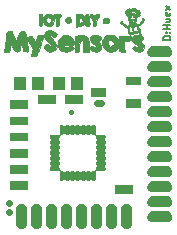
<source format=gbr>
G04 #@! TF.GenerationSoftware,KiCad,Pcbnew,(5.0.2)-1*
G04 #@! TF.CreationDate,2019-07-28T22:14:27+08:00*
G04 #@! TF.ProjectId,NRF24M,4e524632-344d-42e6-9b69-6361645f7063,rev?*
G04 #@! TF.SameCoordinates,Original*
G04 #@! TF.FileFunction,Soldermask,Top*
G04 #@! TF.FilePolarity,Negative*
%FSLAX46Y46*%
G04 Gerber Fmt 4.6, Leading zero omitted, Abs format (unit mm)*
G04 Created by KiCad (PCBNEW (5.0.2)-1) date 2019-07-28 22:14:27*
%MOMM*%
%LPD*%
G01*
G04 APERTURE LIST*
%ADD10C,0.150000*%
%ADD11C,0.600000*%
%ADD12C,0.400000*%
%ADD13C,0.010000*%
%ADD14C,0.100000*%
G04 APERTURE END LIST*
D10*
X87537788Y-46156514D02*
X86937788Y-46156514D01*
X86937788Y-46013657D01*
X86966360Y-45927942D01*
X87023502Y-45870800D01*
X87080645Y-45842228D01*
X87194931Y-45813657D01*
X87280645Y-45813657D01*
X87394931Y-45842228D01*
X87452074Y-45870800D01*
X87509217Y-45927942D01*
X87537788Y-46013657D01*
X87537788Y-46156514D01*
X87480645Y-45556514D02*
X87509217Y-45527942D01*
X87537788Y-45556514D01*
X87509217Y-45585085D01*
X87480645Y-45556514D01*
X87537788Y-45556514D01*
X87166360Y-45556514D02*
X87194931Y-45527942D01*
X87223502Y-45556514D01*
X87194931Y-45585085D01*
X87166360Y-45556514D01*
X87223502Y-45556514D01*
X87537788Y-45270800D02*
X86937788Y-45270800D01*
X87223502Y-45270800D02*
X87223502Y-44927942D01*
X87537788Y-44927942D02*
X86937788Y-44927942D01*
X87137788Y-44385085D02*
X87537788Y-44385085D01*
X87137788Y-44642228D02*
X87452074Y-44642228D01*
X87509217Y-44613657D01*
X87537788Y-44556514D01*
X87537788Y-44470800D01*
X87509217Y-44413657D01*
X87480645Y-44385085D01*
X87509217Y-43870800D02*
X87537788Y-43927942D01*
X87537788Y-44042228D01*
X87509217Y-44099371D01*
X87452074Y-44127942D01*
X87223502Y-44127942D01*
X87166360Y-44099371D01*
X87137788Y-44042228D01*
X87137788Y-43927942D01*
X87166360Y-43870800D01*
X87223502Y-43842228D01*
X87280645Y-43842228D01*
X87337788Y-44127942D01*
X87537788Y-43642228D02*
X87137788Y-43327942D01*
X87137788Y-43642228D02*
X87537788Y-43327942D01*
D11*
X73865320Y-59967620D02*
X73864560Y-59964380D01*
X73870400Y-60770260D02*
X73869640Y-60767020D01*
X81300000Y-51498500D02*
X81630800Y-51498500D01*
D12*
X79138360Y-52304440D02*
X79138392Y-52304408D01*
D13*
G04 #@! TO.C,G\002A\002A\002A*
G36*
X75133424Y-45407927D02*
X75213015Y-45487687D01*
X75249158Y-45575285D01*
X75295626Y-45745022D01*
X75314911Y-45885401D01*
X75330366Y-45959728D01*
X75359213Y-45943077D01*
X75444001Y-45884139D01*
X75579820Y-45839028D01*
X75695386Y-45826548D01*
X75776241Y-45866444D01*
X75859166Y-45982222D01*
X75891700Y-46038351D01*
X75982353Y-46179484D01*
X76056982Y-46264294D01*
X76079096Y-46275307D01*
X76128997Y-46224773D01*
X76188197Y-46098967D01*
X76204032Y-46053796D01*
X76278826Y-45871842D01*
X76373387Y-45778834D01*
X76523579Y-45746677D01*
X76598774Y-45744584D01*
X76700784Y-45749916D01*
X76760973Y-45778634D01*
X76778847Y-45848091D01*
X76753911Y-45975635D01*
X76685670Y-46178618D01*
X76578321Y-46462217D01*
X76475459Y-46735415D01*
X76379058Y-47002185D01*
X76304115Y-47220606D01*
X76280684Y-47294261D01*
X76224561Y-47461191D01*
X76166738Y-47543905D01*
X76073612Y-47571937D01*
X75961485Y-47574842D01*
X75814316Y-47566694D01*
X75733082Y-47546362D01*
X75727495Y-47538468D01*
X75745732Y-47466076D01*
X75792212Y-47322074D01*
X75825764Y-47225411D01*
X75924032Y-46948729D01*
X75670197Y-46521461D01*
X75552659Y-46330261D01*
X75458202Y-46188993D01*
X75401912Y-46119733D01*
X75393708Y-46116846D01*
X75390282Y-46182135D01*
X75402713Y-46332321D01*
X75428323Y-46535624D01*
X75429965Y-46547055D01*
X75468861Y-46822938D01*
X75486296Y-47001804D01*
X75476952Y-47103669D01*
X75435509Y-47148546D01*
X75356650Y-47156451D01*
X75269704Y-47150152D01*
X75123346Y-47128383D01*
X75057476Y-47072195D01*
X75034451Y-46945815D01*
X75032842Y-46925075D01*
X75010408Y-46710995D01*
X74981163Y-46511586D01*
X74960496Y-46406744D01*
X74940635Y-46376220D01*
X74911945Y-46431451D01*
X74864789Y-46583876D01*
X74835900Y-46684014D01*
X74761407Y-46924400D01*
X74696885Y-47069795D01*
X74626795Y-47140561D01*
X74535597Y-47157061D01*
X74479075Y-47151588D01*
X74362186Y-47092596D01*
X74246972Y-46942518D01*
X74126257Y-46690716D01*
X74069227Y-46544085D01*
X74027461Y-46444630D01*
X73997080Y-46420775D01*
X73972213Y-46483910D01*
X73946989Y-46645425D01*
X73926136Y-46821703D01*
X73887831Y-47161354D01*
X73470854Y-47161354D01*
X73511676Y-46733098D01*
X73540118Y-46479413D01*
X73574382Y-46236700D01*
X73604832Y-46068563D01*
X73640156Y-45862982D01*
X73658119Y-45668901D01*
X73658609Y-45646627D01*
X73689519Y-45493107D01*
X73792148Y-45412444D01*
X73983364Y-45389261D01*
X74099169Y-45426967D01*
X74160517Y-45551703D01*
X74213293Y-45721735D01*
X74287001Y-45911663D01*
X74366917Y-46088927D01*
X74438317Y-46220965D01*
X74486478Y-46275216D01*
X74487730Y-46275307D01*
X74526646Y-46223593D01*
X74566001Y-46095546D01*
X74573677Y-46058219D01*
X74625200Y-45851448D01*
X74696729Y-45635822D01*
X74704805Y-45615196D01*
X74776390Y-45468142D01*
X74858863Y-45403497D01*
X74989758Y-45389261D01*
X75133424Y-45407927D01*
X75133424Y-45407927D01*
G37*
X75133424Y-45407927D02*
X75213015Y-45487687D01*
X75249158Y-45575285D01*
X75295626Y-45745022D01*
X75314911Y-45885401D01*
X75330366Y-45959728D01*
X75359213Y-45943077D01*
X75444001Y-45884139D01*
X75579820Y-45839028D01*
X75695386Y-45826548D01*
X75776241Y-45866444D01*
X75859166Y-45982222D01*
X75891700Y-46038351D01*
X75982353Y-46179484D01*
X76056982Y-46264294D01*
X76079096Y-46275307D01*
X76128997Y-46224773D01*
X76188197Y-46098967D01*
X76204032Y-46053796D01*
X76278826Y-45871842D01*
X76373387Y-45778834D01*
X76523579Y-45746677D01*
X76598774Y-45744584D01*
X76700784Y-45749916D01*
X76760973Y-45778634D01*
X76778847Y-45848091D01*
X76753911Y-45975635D01*
X76685670Y-46178618D01*
X76578321Y-46462217D01*
X76475459Y-46735415D01*
X76379058Y-47002185D01*
X76304115Y-47220606D01*
X76280684Y-47294261D01*
X76224561Y-47461191D01*
X76166738Y-47543905D01*
X76073612Y-47571937D01*
X75961485Y-47574842D01*
X75814316Y-47566694D01*
X75733082Y-47546362D01*
X75727495Y-47538468D01*
X75745732Y-47466076D01*
X75792212Y-47322074D01*
X75825764Y-47225411D01*
X75924032Y-46948729D01*
X75670197Y-46521461D01*
X75552659Y-46330261D01*
X75458202Y-46188993D01*
X75401912Y-46119733D01*
X75393708Y-46116846D01*
X75390282Y-46182135D01*
X75402713Y-46332321D01*
X75428323Y-46535624D01*
X75429965Y-46547055D01*
X75468861Y-46822938D01*
X75486296Y-47001804D01*
X75476952Y-47103669D01*
X75435509Y-47148546D01*
X75356650Y-47156451D01*
X75269704Y-47150152D01*
X75123346Y-47128383D01*
X75057476Y-47072195D01*
X75034451Y-46945815D01*
X75032842Y-46925075D01*
X75010408Y-46710995D01*
X74981163Y-46511586D01*
X74960496Y-46406744D01*
X74940635Y-46376220D01*
X74911945Y-46431451D01*
X74864789Y-46583876D01*
X74835900Y-46684014D01*
X74761407Y-46924400D01*
X74696885Y-47069795D01*
X74626795Y-47140561D01*
X74535597Y-47157061D01*
X74479075Y-47151588D01*
X74362186Y-47092596D01*
X74246972Y-46942518D01*
X74126257Y-46690716D01*
X74069227Y-46544085D01*
X74027461Y-46444630D01*
X73997080Y-46420775D01*
X73972213Y-46483910D01*
X73946989Y-46645425D01*
X73926136Y-46821703D01*
X73887831Y-47161354D01*
X73470854Y-47161354D01*
X73511676Y-46733098D01*
X73540118Y-46479413D01*
X73574382Y-46236700D01*
X73604832Y-46068563D01*
X73640156Y-45862982D01*
X73658119Y-45668901D01*
X73658609Y-45646627D01*
X73689519Y-45493107D01*
X73792148Y-45412444D01*
X73983364Y-45389261D01*
X74099169Y-45426967D01*
X74160517Y-45551703D01*
X74213293Y-45721735D01*
X74287001Y-45911663D01*
X74366917Y-46088927D01*
X74438317Y-46220965D01*
X74486478Y-46275216D01*
X74487730Y-46275307D01*
X74526646Y-46223593D01*
X74566001Y-46095546D01*
X74573677Y-46058219D01*
X74625200Y-45851448D01*
X74696729Y-45635822D01*
X74704805Y-45615196D01*
X74776390Y-45468142D01*
X74858863Y-45403497D01*
X74989758Y-45389261D01*
X75133424Y-45407927D01*
G36*
X77559844Y-45381267D02*
X77710878Y-45461380D01*
X77775243Y-45519926D01*
X77875862Y-45627824D01*
X77899437Y-45696740D01*
X77853847Y-45769818D01*
X77826500Y-45800508D01*
X77695283Y-45903723D01*
X77590630Y-45903462D01*
X77537296Y-45832284D01*
X77470327Y-45760572D01*
X77381983Y-45748365D01*
X77325357Y-45798408D01*
X77322378Y-45821176D01*
X77366231Y-45904062D01*
X77474555Y-46010207D01*
X77503119Y-46032299D01*
X77715291Y-46239551D01*
X77859090Y-46483147D01*
X77912845Y-46726254D01*
X77912855Y-46728811D01*
X77863008Y-46922558D01*
X77731266Y-47064098D01*
X77545095Y-47145915D01*
X77331963Y-47160489D01*
X77119335Y-47100303D01*
X76963416Y-46988688D01*
X76835654Y-46843975D01*
X76801449Y-46741419D01*
X76859194Y-46653167D01*
X76940622Y-46593320D01*
X77052422Y-46531450D01*
X77132196Y-46543606D01*
X77225010Y-46621493D01*
X77354175Y-46725918D01*
X77423103Y-46735994D01*
X77440518Y-46670772D01*
X77400396Y-46593644D01*
X77295135Y-46465098D01*
X77147394Y-46312761D01*
X77145169Y-46310626D01*
X76982702Y-46145159D01*
X76892674Y-46019688D01*
X76855283Y-45900396D01*
X76849820Y-45806177D01*
X76893372Y-45581172D01*
X77024678Y-45434648D01*
X77244714Y-45365745D01*
X77356772Y-45359726D01*
X77559844Y-45381267D01*
X77559844Y-45381267D01*
G37*
X77559844Y-45381267D02*
X77710878Y-45461380D01*
X77775243Y-45519926D01*
X77875862Y-45627824D01*
X77899437Y-45696740D01*
X77853847Y-45769818D01*
X77826500Y-45800508D01*
X77695283Y-45903723D01*
X77590630Y-45903462D01*
X77537296Y-45832284D01*
X77470327Y-45760572D01*
X77381983Y-45748365D01*
X77325357Y-45798408D01*
X77322378Y-45821176D01*
X77366231Y-45904062D01*
X77474555Y-46010207D01*
X77503119Y-46032299D01*
X77715291Y-46239551D01*
X77859090Y-46483147D01*
X77912845Y-46726254D01*
X77912855Y-46728811D01*
X77863008Y-46922558D01*
X77731266Y-47064098D01*
X77545095Y-47145915D01*
X77331963Y-47160489D01*
X77119335Y-47100303D01*
X76963416Y-46988688D01*
X76835654Y-46843975D01*
X76801449Y-46741419D01*
X76859194Y-46653167D01*
X76940622Y-46593320D01*
X77052422Y-46531450D01*
X77132196Y-46543606D01*
X77225010Y-46621493D01*
X77354175Y-46725918D01*
X77423103Y-46735994D01*
X77440518Y-46670772D01*
X77400396Y-46593644D01*
X77295135Y-46465098D01*
X77147394Y-46312761D01*
X77145169Y-46310626D01*
X76982702Y-46145159D01*
X76892674Y-46019688D01*
X76855283Y-45900396D01*
X76849820Y-45806177D01*
X76893372Y-45581172D01*
X77024678Y-45434648D01*
X77244714Y-45365745D01*
X77356772Y-45359726D01*
X77559844Y-45381267D01*
G36*
X79027346Y-45826620D02*
X79213562Y-45976434D01*
X79305869Y-46129659D01*
X79379680Y-46356245D01*
X79374938Y-46505426D01*
X79290027Y-46589451D01*
X79243187Y-46605208D01*
X79096554Y-46642010D01*
X79228420Y-46753827D01*
X79360285Y-46865644D01*
X79194550Y-47013499D01*
X78981552Y-47131334D01*
X78721577Y-47171995D01*
X78456971Y-47135627D01*
X78330997Y-47072749D01*
X78799123Y-47072749D01*
X78828657Y-47102284D01*
X78858192Y-47072749D01*
X78828657Y-47043214D01*
X78799123Y-47072749D01*
X78330997Y-47072749D01*
X78230078Y-47022377D01*
X78214966Y-47010119D01*
X78125859Y-46895540D01*
X78858192Y-46895540D01*
X78887727Y-46925075D01*
X78917262Y-46895540D01*
X78887727Y-46866005D01*
X78858192Y-46895540D01*
X78125859Y-46895540D01*
X78050636Y-46798816D01*
X78021798Y-46682779D01*
X78420778Y-46682779D01*
X78444704Y-46718331D01*
X78572757Y-46790664D01*
X78747301Y-46795848D01*
X78917758Y-46734073D01*
X78943320Y-46716452D01*
X78996894Y-46668237D01*
X78983146Y-46642180D01*
X78884408Y-46631582D01*
X78714575Y-46629726D01*
X78525428Y-46633420D01*
X78434198Y-46648904D01*
X78420778Y-46682779D01*
X78021798Y-46682779D01*
X77984565Y-46532964D01*
X78020621Y-46229057D01*
X78024326Y-46216238D01*
X78533309Y-46216238D01*
X78543814Y-46261709D01*
X78625459Y-46272070D01*
X78736581Y-46247322D01*
X78799123Y-46216238D01*
X78839780Y-46175070D01*
X78778136Y-46159302D01*
X78728771Y-46158072D01*
X78597975Y-46177221D01*
X78533309Y-46216238D01*
X78024326Y-46216238D01*
X78026790Y-46207715D01*
X78146241Y-45986294D01*
X78332999Y-45835828D01*
X78560087Y-45757963D01*
X78800528Y-45754344D01*
X79027346Y-45826620D01*
X79027346Y-45826620D01*
G37*
X79027346Y-45826620D02*
X79213562Y-45976434D01*
X79305869Y-46129659D01*
X79379680Y-46356245D01*
X79374938Y-46505426D01*
X79290027Y-46589451D01*
X79243187Y-46605208D01*
X79096554Y-46642010D01*
X79228420Y-46753827D01*
X79360285Y-46865644D01*
X79194550Y-47013499D01*
X78981552Y-47131334D01*
X78721577Y-47171995D01*
X78456971Y-47135627D01*
X78330997Y-47072749D01*
X78799123Y-47072749D01*
X78828657Y-47102284D01*
X78858192Y-47072749D01*
X78828657Y-47043214D01*
X78799123Y-47072749D01*
X78330997Y-47072749D01*
X78230078Y-47022377D01*
X78214966Y-47010119D01*
X78125859Y-46895540D01*
X78858192Y-46895540D01*
X78887727Y-46925075D01*
X78917262Y-46895540D01*
X78887727Y-46866005D01*
X78858192Y-46895540D01*
X78125859Y-46895540D01*
X78050636Y-46798816D01*
X78021798Y-46682779D01*
X78420778Y-46682779D01*
X78444704Y-46718331D01*
X78572757Y-46790664D01*
X78747301Y-46795848D01*
X78917758Y-46734073D01*
X78943320Y-46716452D01*
X78996894Y-46668237D01*
X78983146Y-46642180D01*
X78884408Y-46631582D01*
X78714575Y-46629726D01*
X78525428Y-46633420D01*
X78434198Y-46648904D01*
X78420778Y-46682779D01*
X78021798Y-46682779D01*
X77984565Y-46532964D01*
X78020621Y-46229057D01*
X78024326Y-46216238D01*
X78533309Y-46216238D01*
X78543814Y-46261709D01*
X78625459Y-46272070D01*
X78736581Y-46247322D01*
X78799123Y-46216238D01*
X78839780Y-46175070D01*
X78778136Y-46159302D01*
X78728771Y-46158072D01*
X78597975Y-46177221D01*
X78533309Y-46216238D01*
X78024326Y-46216238D01*
X78026790Y-46207715D01*
X78146241Y-45986294D01*
X78332999Y-45835828D01*
X78560087Y-45757963D01*
X78800528Y-45754344D01*
X79027346Y-45826620D01*
G36*
X80350299Y-45822719D02*
X80493431Y-45930915D01*
X80579962Y-46116939D01*
X80621546Y-46394295D01*
X80630285Y-46692641D01*
X80630285Y-47161354D01*
X80165210Y-47161354D01*
X80173710Y-46792168D01*
X80165802Y-46561995D01*
X80135597Y-46369365D01*
X80105133Y-46283183D01*
X80042118Y-46189016D01*
X79985600Y-46191308D01*
X79932369Y-46239071D01*
X79864698Y-46374884D01*
X79822741Y-46622597D01*
X79813330Y-46748055D01*
X79799225Y-46963796D01*
X79779424Y-47087299D01*
X79741858Y-47144291D01*
X79674456Y-47160500D01*
X79619433Y-47161354D01*
X79448890Y-47161354D01*
X79448890Y-45818924D01*
X79847611Y-45785788D01*
X80138911Y-45778844D01*
X80350299Y-45822719D01*
X80350299Y-45822719D01*
G37*
X80350299Y-45822719D02*
X80493431Y-45930915D01*
X80579962Y-46116939D01*
X80621546Y-46394295D01*
X80630285Y-46692641D01*
X80630285Y-47161354D01*
X80165210Y-47161354D01*
X80173710Y-46792168D01*
X80165802Y-46561995D01*
X80135597Y-46369365D01*
X80105133Y-46283183D01*
X80042118Y-46189016D01*
X79985600Y-46191308D01*
X79932369Y-46239071D01*
X79864698Y-46374884D01*
X79822741Y-46622597D01*
X79813330Y-46748055D01*
X79799225Y-46963796D01*
X79779424Y-47087299D01*
X79741858Y-47144291D01*
X79674456Y-47160500D01*
X79619433Y-47161354D01*
X79448890Y-47161354D01*
X79448890Y-45818924D01*
X79847611Y-45785788D01*
X80138911Y-45778844D01*
X80350299Y-45822719D01*
G36*
X81355768Y-45766237D02*
X81533352Y-45824740D01*
X81656790Y-45912987D01*
X81693541Y-46003688D01*
X81653197Y-46098321D01*
X81580315Y-46182256D01*
X81467052Y-46250689D01*
X81343273Y-46226167D01*
X81329269Y-46219740D01*
X81241355Y-46180546D01*
X81253183Y-46196212D01*
X81301219Y-46229799D01*
X81499222Y-46371028D01*
X81616822Y-46477547D01*
X81674490Y-46576139D01*
X81692700Y-46693582D01*
X81693541Y-46742998D01*
X81658227Y-46951974D01*
X81585518Y-47063594D01*
X81431268Y-47136078D01*
X81217850Y-47155930D01*
X80991963Y-47122959D01*
X80848193Y-47066609D01*
X80724924Y-46958460D01*
X80713966Y-46839802D01*
X80816875Y-46728365D01*
X80818417Y-46727390D01*
X80938136Y-46698078D01*
X81069374Y-46745760D01*
X81203196Y-46792737D01*
X81266095Y-46771950D01*
X81240863Y-46703405D01*
X81162029Y-46638036D01*
X80933020Y-46449283D01*
X80792233Y-46249805D01*
X80746198Y-46055915D01*
X80801442Y-45883924D01*
X80841249Y-45836503D01*
X80975405Y-45765389D01*
X81158349Y-45744210D01*
X81355768Y-45766237D01*
X81355768Y-45766237D01*
G37*
X81355768Y-45766237D02*
X81533352Y-45824740D01*
X81656790Y-45912987D01*
X81693541Y-46003688D01*
X81653197Y-46098321D01*
X81580315Y-46182256D01*
X81467052Y-46250689D01*
X81343273Y-46226167D01*
X81329269Y-46219740D01*
X81241355Y-46180546D01*
X81253183Y-46196212D01*
X81301219Y-46229799D01*
X81499222Y-46371028D01*
X81616822Y-46477547D01*
X81674490Y-46576139D01*
X81692700Y-46693582D01*
X81693541Y-46742998D01*
X81658227Y-46951974D01*
X81585518Y-47063594D01*
X81431268Y-47136078D01*
X81217850Y-47155930D01*
X80991963Y-47122959D01*
X80848193Y-47066609D01*
X80724924Y-46958460D01*
X80713966Y-46839802D01*
X80816875Y-46728365D01*
X80818417Y-46727390D01*
X80938136Y-46698078D01*
X81069374Y-46745760D01*
X81203196Y-46792737D01*
X81266095Y-46771950D01*
X81240863Y-46703405D01*
X81162029Y-46638036D01*
X80933020Y-46449283D01*
X80792233Y-46249805D01*
X80746198Y-46055915D01*
X80801442Y-45883924D01*
X80841249Y-45836503D01*
X80975405Y-45765389D01*
X81158349Y-45744210D01*
X81355768Y-45766237D01*
G36*
X82766759Y-45761052D02*
X82856100Y-45813829D01*
X82951891Y-45917817D01*
X82952960Y-45919087D01*
X83046679Y-46051213D01*
X83094569Y-46191163D01*
X83110558Y-46386676D01*
X83111216Y-46461593D01*
X83104039Y-46672561D01*
X83072725Y-46810569D01*
X83002600Y-46920417D01*
X82938550Y-46988688D01*
X82722275Y-47125227D01*
X82454635Y-47159686D01*
X82153568Y-47093444D01*
X81976737Y-46971783D01*
X81839295Y-46769442D01*
X81762123Y-46522420D01*
X81752611Y-46402174D01*
X81756957Y-46371270D01*
X82236747Y-46371270D01*
X82256856Y-46554182D01*
X82314803Y-46651852D01*
X82426074Y-46734811D01*
X82526602Y-46722712D01*
X82638657Y-46629726D01*
X82733485Y-46518271D01*
X82743834Y-46425855D01*
X82673292Y-46300613D01*
X82662481Y-46285078D01*
X82534889Y-46179258D01*
X82411434Y-46168563D01*
X82296064Y-46205344D01*
X82246012Y-46304585D01*
X82236747Y-46371270D01*
X81756957Y-46371270D01*
X81782720Y-46188092D01*
X81890393Y-46006152D01*
X81921039Y-45970527D01*
X82035655Y-45859735D01*
X82156905Y-45797797D01*
X82329906Y-45766183D01*
X82442087Y-45756517D01*
X82642532Y-45746332D01*
X82766759Y-45761052D01*
X82766759Y-45761052D01*
G37*
X82766759Y-45761052D02*
X82856100Y-45813829D01*
X82951891Y-45917817D01*
X82952960Y-45919087D01*
X83046679Y-46051213D01*
X83094569Y-46191163D01*
X83110558Y-46386676D01*
X83111216Y-46461593D01*
X83104039Y-46672561D01*
X83072725Y-46810569D01*
X83002600Y-46920417D01*
X82938550Y-46988688D01*
X82722275Y-47125227D01*
X82454635Y-47159686D01*
X82153568Y-47093444D01*
X81976737Y-46971783D01*
X81839295Y-46769442D01*
X81762123Y-46522420D01*
X81752611Y-46402174D01*
X81756957Y-46371270D01*
X82236747Y-46371270D01*
X82256856Y-46554182D01*
X82314803Y-46651852D01*
X82426074Y-46734811D01*
X82526602Y-46722712D01*
X82638657Y-46629726D01*
X82733485Y-46518271D01*
X82743834Y-46425855D01*
X82673292Y-46300613D01*
X82662481Y-46285078D01*
X82534889Y-46179258D01*
X82411434Y-46168563D01*
X82296064Y-46205344D01*
X82246012Y-46304585D01*
X82236747Y-46371270D01*
X81756957Y-46371270D01*
X81782720Y-46188092D01*
X81890393Y-46006152D01*
X81921039Y-45970527D01*
X82035655Y-45859735D01*
X82156905Y-45797797D01*
X82329906Y-45766183D01*
X82442087Y-45756517D01*
X82642532Y-45746332D01*
X82766759Y-45761052D01*
G36*
X84596523Y-43516974D02*
X84618278Y-43560567D01*
X84679308Y-43648013D01*
X84778869Y-43642355D01*
X84866163Y-43629688D01*
X84869116Y-43686461D01*
X84864563Y-43698956D01*
X84867986Y-43780099D01*
X84914697Y-43794377D01*
X84992108Y-43826865D01*
X85001448Y-43853447D01*
X84960558Y-43910840D01*
X84947908Y-43912517D01*
X84916405Y-43959148D01*
X84923133Y-44022510D01*
X84901796Y-44125839D01*
X84811882Y-44188365D01*
X84702745Y-44176234D01*
X84700769Y-44175036D01*
X84665740Y-44203664D01*
X84647690Y-44316663D01*
X84647030Y-44348568D01*
X84631958Y-44496684D01*
X84595080Y-44586339D01*
X84589169Y-44591071D01*
X84566925Y-44658977D01*
X84612033Y-44753734D01*
X84695907Y-44833256D01*
X84770223Y-44857633D01*
X84880225Y-44812801D01*
X84999479Y-44707988D01*
X85082139Y-44587716D01*
X85095029Y-44542193D01*
X85108414Y-44418074D01*
X85110591Y-44399842D01*
X85158687Y-44333915D01*
X85239195Y-44336350D01*
X85293948Y-44399665D01*
X85296797Y-44423801D01*
X85255798Y-44548957D01*
X85154910Y-44704566D01*
X85027295Y-44848291D01*
X84906117Y-44937797D01*
X84888971Y-44944440D01*
X84816982Y-44979113D01*
X84812781Y-45041273D01*
X84862815Y-45153358D01*
X84932395Y-45335066D01*
X84983118Y-45539112D01*
X84984905Y-45549883D01*
X85035874Y-45717130D01*
X85114869Y-45838591D01*
X85129161Y-45850401D01*
X85225592Y-45962429D01*
X85206928Y-46085055D01*
X85118366Y-46187808D01*
X84999005Y-46295828D01*
X85147901Y-46451242D01*
X85271431Y-46633773D01*
X85279403Y-46813658D01*
X85174370Y-47005713D01*
X85025901Y-47129960D01*
X84853332Y-47161354D01*
X84612309Y-47135664D01*
X84431635Y-47067095D01*
X84326725Y-46968394D01*
X84312989Y-46852311D01*
X84370956Y-46762344D01*
X84460793Y-46701725D01*
X84568478Y-46716637D01*
X84622946Y-46739601D01*
X84759684Y-46788341D01*
X84802383Y-46768421D01*
X84751535Y-46682035D01*
X84607636Y-46531374D01*
X84567477Y-46493483D01*
X84424194Y-46348760D01*
X84324759Y-46226743D01*
X84302453Y-46181134D01*
X84782692Y-46181134D01*
X84824239Y-46216238D01*
X84918492Y-46269365D01*
X84931049Y-46249356D01*
X84912844Y-46216238D01*
X84826577Y-46160076D01*
X84805985Y-46158072D01*
X84782692Y-46181134D01*
X84302453Y-46181134D01*
X84292611Y-46161013D01*
X84267393Y-46122026D01*
X84178993Y-46159680D01*
X84145197Y-46181100D01*
X83958015Y-46248073D01*
X83850736Y-46240783D01*
X83737057Y-46233661D01*
X83668210Y-46305398D01*
X83640894Y-46369040D01*
X83609492Y-46537558D01*
X83609093Y-46762626D01*
X83617277Y-46847779D01*
X83656456Y-47161354D01*
X83446392Y-47161354D01*
X83301303Y-47150131D01*
X83218147Y-47122567D01*
X83213698Y-47117052D01*
X83203090Y-47043012D01*
X83192065Y-46877347D01*
X83182098Y-46646556D01*
X83176078Y-46441384D01*
X83161087Y-45810019D01*
X83636615Y-45808974D01*
X83904971Y-45815449D01*
X84079550Y-45838862D01*
X84183985Y-45883070D01*
X84206053Y-45901839D01*
X84282382Y-45960399D01*
X84342765Y-45929927D01*
X84388241Y-45869714D01*
X84501740Y-45775029D01*
X84682949Y-45743874D01*
X84703919Y-45743679D01*
X84849777Y-45736004D01*
X84905745Y-45701443D01*
X84899681Y-45622699D01*
X84899550Y-45622199D01*
X84846341Y-45535810D01*
X84772173Y-45543642D01*
X84654534Y-45576605D01*
X84479304Y-45605837D01*
X84425518Y-45612000D01*
X84272199Y-45638665D01*
X84183372Y-45675658D01*
X84174471Y-45690558D01*
X84127081Y-45738823D01*
X84093250Y-45743679D01*
X84027888Y-45689932D01*
X83974406Y-45549945D01*
X83942741Y-45355604D01*
X83938223Y-45246808D01*
X84057351Y-45246808D01*
X84068239Y-45388540D01*
X84095712Y-45468021D01*
X84182171Y-45501374D01*
X84248080Y-45507400D01*
X84322264Y-45490219D01*
X84336959Y-45416644D01*
X84319637Y-45318770D01*
X84264637Y-45157815D01*
X84199004Y-45057131D01*
X84358630Y-45057131D01*
X84371804Y-45113511D01*
X84406125Y-45268779D01*
X84410750Y-45335022D01*
X84441641Y-45419214D01*
X84552767Y-45447720D01*
X84584474Y-45448331D01*
X84720947Y-45430042D01*
X84794858Y-45389012D01*
X84790151Y-45306284D01*
X84735994Y-45165388D01*
X84697934Y-45092012D01*
X84614797Y-44951824D01*
X84564335Y-44903082D01*
X84524161Y-44932711D01*
X84499247Y-44975974D01*
X84431613Y-45052364D01*
X84383502Y-45051462D01*
X84358630Y-45057131D01*
X84199004Y-45057131D01*
X84190523Y-45044121D01*
X84118039Y-45005213D01*
X84092899Y-45017965D01*
X84065449Y-45103628D01*
X84057351Y-45246808D01*
X83938223Y-45246808D01*
X83938192Y-45246069D01*
X83893471Y-45131300D01*
X83748127Y-45046040D01*
X83746216Y-45045317D01*
X83566477Y-44958268D01*
X83406196Y-44848165D01*
X83291642Y-44737325D01*
X83249087Y-44648065D01*
X83254846Y-44627898D01*
X83336001Y-44568509D01*
X83424858Y-44577008D01*
X83465634Y-44646601D01*
X83513291Y-44745906D01*
X83628047Y-44856190D01*
X83767581Y-44943888D01*
X83880685Y-44975772D01*
X83972000Y-44925385D01*
X84025570Y-44803551D01*
X84025676Y-44798563D01*
X84292611Y-44798563D01*
X84312765Y-44856097D01*
X84318660Y-44857633D01*
X84369092Y-44816241D01*
X84381216Y-44798563D01*
X84376532Y-44744131D01*
X84355167Y-44739493D01*
X84295015Y-44782373D01*
X84292611Y-44798563D01*
X84025676Y-44798563D01*
X84028758Y-44654267D01*
X83998692Y-44564955D01*
X83950653Y-44415494D01*
X83938192Y-44300353D01*
X83928122Y-44259702D01*
X84056332Y-44259702D01*
X84085920Y-44355077D01*
X84188197Y-44396678D01*
X84371433Y-44394247D01*
X84451466Y-44411767D01*
X84450230Y-44465501D01*
X84383265Y-44523948D01*
X84293176Y-44552880D01*
X84205328Y-44577972D01*
X84227368Y-44617339D01*
X84235550Y-44622595D01*
X84357107Y-44637778D01*
X84480162Y-44569078D01*
X84556811Y-44449231D01*
X84570463Y-44304703D01*
X84554407Y-44183354D01*
X84510239Y-44080273D01*
X84421720Y-44039477D01*
X84300975Y-44035320D01*
X84181774Y-44045011D01*
X84149016Y-44063431D01*
X84159704Y-44069777D01*
X84225982Y-44147484D01*
X84233541Y-44190486D01*
X84217615Y-44249134D01*
X84152013Y-44213680D01*
X84144937Y-44207865D01*
X84077043Y-44169818D01*
X84056818Y-44231044D01*
X84056332Y-44259702D01*
X83928122Y-44259702D01*
X83908051Y-44178679D01*
X83849588Y-44148796D01*
X83777517Y-44099175D01*
X83760983Y-44026773D01*
X83737953Y-43898742D01*
X83903881Y-43898742D01*
X83911776Y-43917562D01*
X83983488Y-43946828D01*
X84002307Y-43938933D01*
X84031573Y-43867221D01*
X84027146Y-43856665D01*
X84115402Y-43856665D01*
X84166938Y-43901684D01*
X84292611Y-43899917D01*
X84416201Y-43894464D01*
X84469758Y-43917244D01*
X84469820Y-43918416D01*
X84518333Y-43968771D01*
X84573192Y-43989938D01*
X84668115Y-44016167D01*
X84691332Y-44023804D01*
X84704408Y-43982318D01*
X84706099Y-43942052D01*
X84660980Y-43863690D01*
X84621714Y-43853447D01*
X84512588Y-43814551D01*
X84450371Y-43766489D01*
X84372046Y-43709676D01*
X84307629Y-43747396D01*
X84291784Y-43765839D01*
X84208953Y-43823135D01*
X84167778Y-43819775D01*
X84119465Y-43832502D01*
X84115402Y-43856665D01*
X84027146Y-43856665D01*
X84023679Y-43848402D01*
X83951967Y-43819136D01*
X83933147Y-43827030D01*
X83903881Y-43898742D01*
X83737953Y-43898742D01*
X83732550Y-43868710D01*
X83703102Y-43796599D01*
X83680470Y-43713513D01*
X83745351Y-43665623D01*
X83805883Y-43648125D01*
X83940292Y-43595110D01*
X84011438Y-43538647D01*
X84065131Y-43503309D01*
X84105848Y-43546127D01*
X84160693Y-43589118D01*
X84231221Y-43531359D01*
X84353175Y-43451986D01*
X84490769Y-43448385D01*
X84596523Y-43516974D01*
X84596523Y-43516974D01*
G37*
X84596523Y-43516974D02*
X84618278Y-43560567D01*
X84679308Y-43648013D01*
X84778869Y-43642355D01*
X84866163Y-43629688D01*
X84869116Y-43686461D01*
X84864563Y-43698956D01*
X84867986Y-43780099D01*
X84914697Y-43794377D01*
X84992108Y-43826865D01*
X85001448Y-43853447D01*
X84960558Y-43910840D01*
X84947908Y-43912517D01*
X84916405Y-43959148D01*
X84923133Y-44022510D01*
X84901796Y-44125839D01*
X84811882Y-44188365D01*
X84702745Y-44176234D01*
X84700769Y-44175036D01*
X84665740Y-44203664D01*
X84647690Y-44316663D01*
X84647030Y-44348568D01*
X84631958Y-44496684D01*
X84595080Y-44586339D01*
X84589169Y-44591071D01*
X84566925Y-44658977D01*
X84612033Y-44753734D01*
X84695907Y-44833256D01*
X84770223Y-44857633D01*
X84880225Y-44812801D01*
X84999479Y-44707988D01*
X85082139Y-44587716D01*
X85095029Y-44542193D01*
X85108414Y-44418074D01*
X85110591Y-44399842D01*
X85158687Y-44333915D01*
X85239195Y-44336350D01*
X85293948Y-44399665D01*
X85296797Y-44423801D01*
X85255798Y-44548957D01*
X85154910Y-44704566D01*
X85027295Y-44848291D01*
X84906117Y-44937797D01*
X84888971Y-44944440D01*
X84816982Y-44979113D01*
X84812781Y-45041273D01*
X84862815Y-45153358D01*
X84932395Y-45335066D01*
X84983118Y-45539112D01*
X84984905Y-45549883D01*
X85035874Y-45717130D01*
X85114869Y-45838591D01*
X85129161Y-45850401D01*
X85225592Y-45962429D01*
X85206928Y-46085055D01*
X85118366Y-46187808D01*
X84999005Y-46295828D01*
X85147901Y-46451242D01*
X85271431Y-46633773D01*
X85279403Y-46813658D01*
X85174370Y-47005713D01*
X85025901Y-47129960D01*
X84853332Y-47161354D01*
X84612309Y-47135664D01*
X84431635Y-47067095D01*
X84326725Y-46968394D01*
X84312989Y-46852311D01*
X84370956Y-46762344D01*
X84460793Y-46701725D01*
X84568478Y-46716637D01*
X84622946Y-46739601D01*
X84759684Y-46788341D01*
X84802383Y-46768421D01*
X84751535Y-46682035D01*
X84607636Y-46531374D01*
X84567477Y-46493483D01*
X84424194Y-46348760D01*
X84324759Y-46226743D01*
X84302453Y-46181134D01*
X84782692Y-46181134D01*
X84824239Y-46216238D01*
X84918492Y-46269365D01*
X84931049Y-46249356D01*
X84912844Y-46216238D01*
X84826577Y-46160076D01*
X84805985Y-46158072D01*
X84782692Y-46181134D01*
X84302453Y-46181134D01*
X84292611Y-46161013D01*
X84267393Y-46122026D01*
X84178993Y-46159680D01*
X84145197Y-46181100D01*
X83958015Y-46248073D01*
X83850736Y-46240783D01*
X83737057Y-46233661D01*
X83668210Y-46305398D01*
X83640894Y-46369040D01*
X83609492Y-46537558D01*
X83609093Y-46762626D01*
X83617277Y-46847779D01*
X83656456Y-47161354D01*
X83446392Y-47161354D01*
X83301303Y-47150131D01*
X83218147Y-47122567D01*
X83213698Y-47117052D01*
X83203090Y-47043012D01*
X83192065Y-46877347D01*
X83182098Y-46646556D01*
X83176078Y-46441384D01*
X83161087Y-45810019D01*
X83636615Y-45808974D01*
X83904971Y-45815449D01*
X84079550Y-45838862D01*
X84183985Y-45883070D01*
X84206053Y-45901839D01*
X84282382Y-45960399D01*
X84342765Y-45929927D01*
X84388241Y-45869714D01*
X84501740Y-45775029D01*
X84682949Y-45743874D01*
X84703919Y-45743679D01*
X84849777Y-45736004D01*
X84905745Y-45701443D01*
X84899681Y-45622699D01*
X84899550Y-45622199D01*
X84846341Y-45535810D01*
X84772173Y-45543642D01*
X84654534Y-45576605D01*
X84479304Y-45605837D01*
X84425518Y-45612000D01*
X84272199Y-45638665D01*
X84183372Y-45675658D01*
X84174471Y-45690558D01*
X84127081Y-45738823D01*
X84093250Y-45743679D01*
X84027888Y-45689932D01*
X83974406Y-45549945D01*
X83942741Y-45355604D01*
X83938223Y-45246808D01*
X84057351Y-45246808D01*
X84068239Y-45388540D01*
X84095712Y-45468021D01*
X84182171Y-45501374D01*
X84248080Y-45507400D01*
X84322264Y-45490219D01*
X84336959Y-45416644D01*
X84319637Y-45318770D01*
X84264637Y-45157815D01*
X84199004Y-45057131D01*
X84358630Y-45057131D01*
X84371804Y-45113511D01*
X84406125Y-45268779D01*
X84410750Y-45335022D01*
X84441641Y-45419214D01*
X84552767Y-45447720D01*
X84584474Y-45448331D01*
X84720947Y-45430042D01*
X84794858Y-45389012D01*
X84790151Y-45306284D01*
X84735994Y-45165388D01*
X84697934Y-45092012D01*
X84614797Y-44951824D01*
X84564335Y-44903082D01*
X84524161Y-44932711D01*
X84499247Y-44975974D01*
X84431613Y-45052364D01*
X84383502Y-45051462D01*
X84358630Y-45057131D01*
X84199004Y-45057131D01*
X84190523Y-45044121D01*
X84118039Y-45005213D01*
X84092899Y-45017965D01*
X84065449Y-45103628D01*
X84057351Y-45246808D01*
X83938223Y-45246808D01*
X83938192Y-45246069D01*
X83893471Y-45131300D01*
X83748127Y-45046040D01*
X83746216Y-45045317D01*
X83566477Y-44958268D01*
X83406196Y-44848165D01*
X83291642Y-44737325D01*
X83249087Y-44648065D01*
X83254846Y-44627898D01*
X83336001Y-44568509D01*
X83424858Y-44577008D01*
X83465634Y-44646601D01*
X83513291Y-44745906D01*
X83628047Y-44856190D01*
X83767581Y-44943888D01*
X83880685Y-44975772D01*
X83972000Y-44925385D01*
X84025570Y-44803551D01*
X84025676Y-44798563D01*
X84292611Y-44798563D01*
X84312765Y-44856097D01*
X84318660Y-44857633D01*
X84369092Y-44816241D01*
X84381216Y-44798563D01*
X84376532Y-44744131D01*
X84355167Y-44739493D01*
X84295015Y-44782373D01*
X84292611Y-44798563D01*
X84025676Y-44798563D01*
X84028758Y-44654267D01*
X83998692Y-44564955D01*
X83950653Y-44415494D01*
X83938192Y-44300353D01*
X83928122Y-44259702D01*
X84056332Y-44259702D01*
X84085920Y-44355077D01*
X84188197Y-44396678D01*
X84371433Y-44394247D01*
X84451466Y-44411767D01*
X84450230Y-44465501D01*
X84383265Y-44523948D01*
X84293176Y-44552880D01*
X84205328Y-44577972D01*
X84227368Y-44617339D01*
X84235550Y-44622595D01*
X84357107Y-44637778D01*
X84480162Y-44569078D01*
X84556811Y-44449231D01*
X84570463Y-44304703D01*
X84554407Y-44183354D01*
X84510239Y-44080273D01*
X84421720Y-44039477D01*
X84300975Y-44035320D01*
X84181774Y-44045011D01*
X84149016Y-44063431D01*
X84159704Y-44069777D01*
X84225982Y-44147484D01*
X84233541Y-44190486D01*
X84217615Y-44249134D01*
X84152013Y-44213680D01*
X84144937Y-44207865D01*
X84077043Y-44169818D01*
X84056818Y-44231044D01*
X84056332Y-44259702D01*
X83928122Y-44259702D01*
X83908051Y-44178679D01*
X83849588Y-44148796D01*
X83777517Y-44099175D01*
X83760983Y-44026773D01*
X83737953Y-43898742D01*
X83903881Y-43898742D01*
X83911776Y-43917562D01*
X83983488Y-43946828D01*
X84002307Y-43938933D01*
X84031573Y-43867221D01*
X84027146Y-43856665D01*
X84115402Y-43856665D01*
X84166938Y-43901684D01*
X84292611Y-43899917D01*
X84416201Y-43894464D01*
X84469758Y-43917244D01*
X84469820Y-43918416D01*
X84518333Y-43968771D01*
X84573192Y-43989938D01*
X84668115Y-44016167D01*
X84691332Y-44023804D01*
X84704408Y-43982318D01*
X84706099Y-43942052D01*
X84660980Y-43863690D01*
X84621714Y-43853447D01*
X84512588Y-43814551D01*
X84450371Y-43766489D01*
X84372046Y-43709676D01*
X84307629Y-43747396D01*
X84291784Y-43765839D01*
X84208953Y-43823135D01*
X84167778Y-43819775D01*
X84119465Y-43832502D01*
X84115402Y-43856665D01*
X84027146Y-43856665D01*
X84023679Y-43848402D01*
X83951967Y-43819136D01*
X83933147Y-43827030D01*
X83903881Y-43898742D01*
X83737953Y-43898742D01*
X83732550Y-43868710D01*
X83703102Y-43796599D01*
X83680470Y-43713513D01*
X83745351Y-43665623D01*
X83805883Y-43648125D01*
X83940292Y-43595110D01*
X84011438Y-43538647D01*
X84065131Y-43503309D01*
X84105848Y-43546127D01*
X84160693Y-43589118D01*
X84231221Y-43531359D01*
X84353175Y-43451986D01*
X84490769Y-43448385D01*
X84596523Y-43516974D01*
G36*
X78131177Y-43977111D02*
X78229384Y-44000000D01*
X78264750Y-44049723D01*
X78267495Y-44083406D01*
X78222481Y-44195055D01*
X78170757Y-44232348D01*
X78115648Y-44275606D01*
X78094581Y-44368567D01*
X78102323Y-44541059D01*
X78107439Y-44593281D01*
X78121167Y-44786760D01*
X78107093Y-44897535D01*
X78058506Y-44959141D01*
X78030851Y-44975968D01*
X77930334Y-45022065D01*
X77877568Y-45008370D01*
X77857235Y-44914822D01*
X77854006Y-44744325D01*
X77846978Y-44553761D01*
X77829169Y-44403196D01*
X77818152Y-44360371D01*
X77762061Y-44272181D01*
X77712871Y-44290583D01*
X77681928Y-44404112D01*
X77676797Y-44503214D01*
X77635028Y-44742430D01*
X77509722Y-44898109D01*
X77300879Y-44970251D01*
X77204239Y-44975772D01*
X76967195Y-44936315D01*
X76813824Y-44815071D01*
X76740035Y-44607728D01*
X76731681Y-44477967D01*
X76740018Y-44378027D01*
X76980351Y-44378027D01*
X76989604Y-44536028D01*
X77029108Y-44625237D01*
X77136992Y-44722811D01*
X77276799Y-44726329D01*
X77369634Y-44668610D01*
X77431024Y-44541289D01*
X77405783Y-44406704D01*
X77318088Y-44297632D01*
X77192113Y-44246850D01*
X77076967Y-44271823D01*
X76980351Y-44378027D01*
X76740018Y-44378027D01*
X76747290Y-44290861D01*
X76807953Y-44168176D01*
X76887321Y-44094013D01*
X77103974Y-43988402D01*
X77329881Y-43990886D01*
X77486444Y-44063541D01*
X77581261Y-44122473D01*
X77614400Y-44108603D01*
X77617727Y-44063541D01*
X77644035Y-44008598D01*
X77738759Y-43980192D01*
X77925596Y-43971617D01*
X77942611Y-43971586D01*
X78131177Y-43977111D01*
X78131177Y-43977111D01*
G37*
X78131177Y-43977111D02*
X78229384Y-44000000D01*
X78264750Y-44049723D01*
X78267495Y-44083406D01*
X78222481Y-44195055D01*
X78170757Y-44232348D01*
X78115648Y-44275606D01*
X78094581Y-44368567D01*
X78102323Y-44541059D01*
X78107439Y-44593281D01*
X78121167Y-44786760D01*
X78107093Y-44897535D01*
X78058506Y-44959141D01*
X78030851Y-44975968D01*
X77930334Y-45022065D01*
X77877568Y-45008370D01*
X77857235Y-44914822D01*
X77854006Y-44744325D01*
X77846978Y-44553761D01*
X77829169Y-44403196D01*
X77818152Y-44360371D01*
X77762061Y-44272181D01*
X77712871Y-44290583D01*
X77681928Y-44404112D01*
X77676797Y-44503214D01*
X77635028Y-44742430D01*
X77509722Y-44898109D01*
X77300879Y-44970251D01*
X77204239Y-44975772D01*
X76967195Y-44936315D01*
X76813824Y-44815071D01*
X76740035Y-44607728D01*
X76731681Y-44477967D01*
X76740018Y-44378027D01*
X76980351Y-44378027D01*
X76989604Y-44536028D01*
X77029108Y-44625237D01*
X77136992Y-44722811D01*
X77276799Y-44726329D01*
X77369634Y-44668610D01*
X77431024Y-44541289D01*
X77405783Y-44406704D01*
X77318088Y-44297632D01*
X77192113Y-44246850D01*
X77076967Y-44271823D01*
X76980351Y-44378027D01*
X76740018Y-44378027D01*
X76747290Y-44290861D01*
X76807953Y-44168176D01*
X76887321Y-44094013D01*
X77103974Y-43988402D01*
X77329881Y-43990886D01*
X77486444Y-44063541D01*
X77581261Y-44122473D01*
X77614400Y-44108603D01*
X77617727Y-44063541D01*
X77644035Y-44008598D01*
X77738759Y-43980192D01*
X77925596Y-43971617D01*
X77942611Y-43971586D01*
X78131177Y-43977111D01*
G36*
X80552075Y-43982335D02*
X80599215Y-44032575D01*
X80628793Y-44149303D01*
X80651405Y-44334670D01*
X80679075Y-44615512D01*
X80688856Y-44799456D01*
X80676302Y-44906974D01*
X80636965Y-44958540D01*
X80566397Y-44974629D01*
X80512146Y-44975772D01*
X80383430Y-44958015D01*
X80337430Y-44889706D01*
X80334937Y-44851089D01*
X80334937Y-44726405D01*
X80231564Y-44852679D01*
X80092820Y-44951482D01*
X79863006Y-45009340D01*
X79818076Y-45015126D01*
X79507960Y-45051298D01*
X79507960Y-44503214D01*
X79803309Y-44503214D01*
X79826215Y-44675296D01*
X79891672Y-44741671D01*
X79994786Y-44698735D01*
X80027774Y-44668610D01*
X80094527Y-44534512D01*
X80063000Y-44399173D01*
X79984401Y-44328083D01*
X79874715Y-44278203D01*
X79821533Y-44296530D01*
X79804561Y-44402690D01*
X79803309Y-44503214D01*
X79507960Y-44503214D01*
X79507960Y-43979890D01*
X79811212Y-43993821D01*
X80020578Y-44017709D01*
X80154159Y-44075285D01*
X80224701Y-44143888D01*
X80334937Y-44280023D01*
X80334937Y-44125805D01*
X80357627Y-44009470D01*
X80445836Y-43972424D01*
X80474196Y-43971586D01*
X80552075Y-43982335D01*
X80552075Y-43982335D01*
G37*
X80552075Y-43982335D02*
X80599215Y-44032575D01*
X80628793Y-44149303D01*
X80651405Y-44334670D01*
X80679075Y-44615512D01*
X80688856Y-44799456D01*
X80676302Y-44906974D01*
X80636965Y-44958540D01*
X80566397Y-44974629D01*
X80512146Y-44975772D01*
X80383430Y-44958015D01*
X80337430Y-44889706D01*
X80334937Y-44851089D01*
X80334937Y-44726405D01*
X80231564Y-44852679D01*
X80092820Y-44951482D01*
X79863006Y-45009340D01*
X79818076Y-45015126D01*
X79507960Y-45051298D01*
X79507960Y-44503214D01*
X79803309Y-44503214D01*
X79826215Y-44675296D01*
X79891672Y-44741671D01*
X79994786Y-44698735D01*
X80027774Y-44668610D01*
X80094527Y-44534512D01*
X80063000Y-44399173D01*
X79984401Y-44328083D01*
X79874715Y-44278203D01*
X79821533Y-44296530D01*
X79804561Y-44402690D01*
X79803309Y-44503214D01*
X79507960Y-44503214D01*
X79507960Y-43979890D01*
X79811212Y-43993821D01*
X80020578Y-44017709D01*
X80154159Y-44075285D01*
X80224701Y-44143888D01*
X80334937Y-44280023D01*
X80334937Y-44125805D01*
X80357627Y-44009470D01*
X80445836Y-43972424D01*
X80474196Y-43971586D01*
X80552075Y-43982335D01*
G36*
X76596447Y-43976196D02*
X76640091Y-44005620D01*
X76662746Y-44083246D01*
X76671293Y-44232465D01*
X76672611Y-44473679D01*
X76671255Y-44716816D01*
X76662601Y-44865204D01*
X76639770Y-44942233D01*
X76595882Y-44971292D01*
X76524937Y-44975772D01*
X76453426Y-44971162D01*
X76409782Y-44941739D01*
X76387127Y-44864113D01*
X76378580Y-44714894D01*
X76377262Y-44473679D01*
X76378618Y-44230543D01*
X76387272Y-44082155D01*
X76410103Y-44005126D01*
X76453991Y-43976067D01*
X76524937Y-43971586D01*
X76596447Y-43976196D01*
X76596447Y-43976196D01*
G37*
X76596447Y-43976196D02*
X76640091Y-44005620D01*
X76662746Y-44083246D01*
X76671293Y-44232465D01*
X76672611Y-44473679D01*
X76671255Y-44716816D01*
X76662601Y-44865204D01*
X76639770Y-44942233D01*
X76595882Y-44971292D01*
X76524937Y-44975772D01*
X76453426Y-44971162D01*
X76409782Y-44941739D01*
X76387127Y-44864113D01*
X76378580Y-44714894D01*
X76377262Y-44473679D01*
X76378618Y-44230543D01*
X76387272Y-44082155D01*
X76410103Y-44005126D01*
X76453991Y-43976067D01*
X76524937Y-43971586D01*
X76596447Y-43976196D01*
G36*
X80968927Y-44024880D02*
X81025414Y-44103281D01*
X81084178Y-44234975D01*
X81154659Y-44103281D01*
X81239146Y-44018759D01*
X81355166Y-43974150D01*
X81460688Y-43976212D01*
X81513677Y-44031705D01*
X81514488Y-44045424D01*
X81484201Y-44137028D01*
X81409785Y-44283150D01*
X81367117Y-44355540D01*
X81276784Y-44543763D01*
X81225599Y-44730956D01*
X81221286Y-44783796D01*
X81207141Y-44917949D01*
X81149104Y-44969855D01*
X81085170Y-44975772D01*
X80994857Y-44961080D01*
X80965221Y-44894021D01*
X80972858Y-44774470D01*
X80959928Y-44580672D01*
X80863470Y-44378414D01*
X80842857Y-44347270D01*
X80728435Y-44156727D01*
X80697732Y-44038270D01*
X80750319Y-43981061D01*
X80828003Y-43971586D01*
X80968927Y-44024880D01*
X80968927Y-44024880D01*
G37*
X80968927Y-44024880D02*
X81025414Y-44103281D01*
X81084178Y-44234975D01*
X81154659Y-44103281D01*
X81239146Y-44018759D01*
X81355166Y-43974150D01*
X81460688Y-43976212D01*
X81513677Y-44031705D01*
X81514488Y-44045424D01*
X81484201Y-44137028D01*
X81409785Y-44283150D01*
X81367117Y-44355540D01*
X81276784Y-44543763D01*
X81225599Y-44730956D01*
X81221286Y-44783796D01*
X81207141Y-44917949D01*
X81149104Y-44969855D01*
X81085170Y-44975772D01*
X80994857Y-44961080D01*
X80965221Y-44894021D01*
X80972858Y-44774470D01*
X80959928Y-44580672D01*
X80863470Y-44378414D01*
X80842857Y-44347270D01*
X80728435Y-44156727D01*
X80697732Y-44038270D01*
X80750319Y-43981061D01*
X80828003Y-43971586D01*
X80968927Y-44024880D01*
G36*
X79006498Y-44238675D02*
X79035402Y-44296470D01*
X79067298Y-44375078D01*
X79094471Y-44385075D01*
X79146951Y-44428126D01*
X79142904Y-44526900D01*
X79086603Y-44635823D01*
X79069156Y-44655108D01*
X78924090Y-44730354D01*
X78769825Y-44708109D01*
X78695750Y-44651135D01*
X78635372Y-44541423D01*
X78626962Y-44437448D01*
X78673095Y-44385606D01*
X78680983Y-44385075D01*
X78733389Y-44337231D01*
X78740053Y-44296470D01*
X78791402Y-44225207D01*
X78887727Y-44207865D01*
X79006498Y-44238675D01*
X79006498Y-44238675D01*
G37*
X79006498Y-44238675D02*
X79035402Y-44296470D01*
X79067298Y-44375078D01*
X79094471Y-44385075D01*
X79146951Y-44428126D01*
X79142904Y-44526900D01*
X79086603Y-44635823D01*
X79069156Y-44655108D01*
X78924090Y-44730354D01*
X78769825Y-44708109D01*
X78695750Y-44651135D01*
X78635372Y-44541423D01*
X78626962Y-44437448D01*
X78673095Y-44385606D01*
X78680983Y-44385075D01*
X78733389Y-44337231D01*
X78740053Y-44296470D01*
X78791402Y-44225207D01*
X78887727Y-44207865D01*
X79006498Y-44238675D01*
G36*
X82055344Y-44289086D02*
X82200174Y-44315047D01*
X82291137Y-44326003D01*
X82291623Y-44326005D01*
X82325792Y-44377955D01*
X82342865Y-44505688D01*
X82343309Y-44532749D01*
X82336156Y-44665120D01*
X82291989Y-44723947D01*
X82176750Y-44739031D01*
X82107030Y-44739493D01*
X81870750Y-44739493D01*
X81870750Y-44495831D01*
X81875404Y-44342507D01*
X81906287Y-44278891D01*
X81988781Y-44276554D01*
X82055344Y-44289086D01*
X82055344Y-44289086D01*
G37*
X82055344Y-44289086D02*
X82200174Y-44315047D01*
X82291137Y-44326003D01*
X82291623Y-44326005D01*
X82325792Y-44377955D01*
X82342865Y-44505688D01*
X82343309Y-44532749D01*
X82336156Y-44665120D01*
X82291989Y-44723947D01*
X82176750Y-44739031D01*
X82107030Y-44739493D01*
X81870750Y-44739493D01*
X81870750Y-44495831D01*
X81875404Y-44342507D01*
X81906287Y-44278891D01*
X81988781Y-44276554D01*
X82055344Y-44289086D01*
G36*
X84468104Y-44134677D02*
X84469820Y-44148796D01*
X84424870Y-44206149D01*
X84410750Y-44207865D01*
X84353397Y-44162915D01*
X84351681Y-44148796D01*
X84396631Y-44091442D01*
X84410750Y-44089726D01*
X84468104Y-44134677D01*
X84468104Y-44134677D01*
G37*
X84468104Y-44134677D02*
X84469820Y-44148796D01*
X84424870Y-44206149D01*
X84410750Y-44207865D01*
X84353397Y-44162915D01*
X84351681Y-44148796D01*
X84396631Y-44091442D01*
X84410750Y-44089726D01*
X84468104Y-44134677D01*
D14*
G36*
X76293312Y-60068287D02*
X76383039Y-60095506D01*
X76465731Y-60139706D01*
X76538211Y-60199189D01*
X76597694Y-60271669D01*
X76641894Y-60354361D01*
X76669113Y-60444088D01*
X76676000Y-60514016D01*
X76676000Y-61710784D01*
X76669113Y-61780712D01*
X76641894Y-61870439D01*
X76597694Y-61953131D01*
X76538211Y-62025611D01*
X76465731Y-62085094D01*
X76383038Y-62129294D01*
X76293311Y-62156513D01*
X76200000Y-62165703D01*
X76106688Y-62156513D01*
X76016961Y-62129294D01*
X75934269Y-62085094D01*
X75861789Y-62025611D01*
X75802306Y-61953131D01*
X75758106Y-61870438D01*
X75730887Y-61780711D01*
X75724000Y-61710783D01*
X75724001Y-60514016D01*
X75730888Y-60444088D01*
X75758107Y-60354361D01*
X75802307Y-60271669D01*
X75861790Y-60199189D01*
X75934270Y-60139706D01*
X76016962Y-60095506D01*
X76106689Y-60068287D01*
X76200000Y-60059097D01*
X76293312Y-60068287D01*
X76293312Y-60068287D01*
G37*
G36*
X77563312Y-60068287D02*
X77653039Y-60095506D01*
X77735731Y-60139706D01*
X77808211Y-60199189D01*
X77867694Y-60271669D01*
X77911894Y-60354361D01*
X77939113Y-60444088D01*
X77946000Y-60514016D01*
X77946000Y-61710784D01*
X77939113Y-61780712D01*
X77911894Y-61870439D01*
X77867694Y-61953131D01*
X77808211Y-62025611D01*
X77735731Y-62085094D01*
X77653038Y-62129294D01*
X77563311Y-62156513D01*
X77470000Y-62165703D01*
X77376688Y-62156513D01*
X77286961Y-62129294D01*
X77204269Y-62085094D01*
X77131789Y-62025611D01*
X77072306Y-61953131D01*
X77028106Y-61870438D01*
X77000887Y-61780711D01*
X76994000Y-61710783D01*
X76994001Y-60514016D01*
X77000888Y-60444088D01*
X77028107Y-60354361D01*
X77072307Y-60271669D01*
X77131790Y-60199189D01*
X77204270Y-60139706D01*
X77286962Y-60095506D01*
X77376689Y-60068287D01*
X77470000Y-60059097D01*
X77563312Y-60068287D01*
X77563312Y-60068287D01*
G37*
G36*
X78833312Y-60068287D02*
X78923039Y-60095506D01*
X79005731Y-60139706D01*
X79078211Y-60199189D01*
X79137694Y-60271669D01*
X79181894Y-60354361D01*
X79209113Y-60444088D01*
X79216000Y-60514016D01*
X79216000Y-61710784D01*
X79209113Y-61780712D01*
X79181894Y-61870439D01*
X79137694Y-61953131D01*
X79078211Y-62025611D01*
X79005731Y-62085094D01*
X78923038Y-62129294D01*
X78833311Y-62156513D01*
X78740000Y-62165703D01*
X78646688Y-62156513D01*
X78556961Y-62129294D01*
X78474269Y-62085094D01*
X78401789Y-62025611D01*
X78342306Y-61953131D01*
X78298106Y-61870438D01*
X78270887Y-61780711D01*
X78264000Y-61710783D01*
X78264001Y-60514016D01*
X78270888Y-60444088D01*
X78298107Y-60354361D01*
X78342307Y-60271669D01*
X78401790Y-60199189D01*
X78474270Y-60139706D01*
X78556962Y-60095506D01*
X78646689Y-60068287D01*
X78740000Y-60059097D01*
X78833312Y-60068287D01*
X78833312Y-60068287D01*
G37*
G36*
X80103312Y-60068287D02*
X80193039Y-60095506D01*
X80275731Y-60139706D01*
X80348211Y-60199189D01*
X80407694Y-60271669D01*
X80451894Y-60354361D01*
X80479113Y-60444088D01*
X80486000Y-60514016D01*
X80486000Y-61710784D01*
X80479113Y-61780712D01*
X80451894Y-61870439D01*
X80407694Y-61953131D01*
X80348211Y-62025611D01*
X80275731Y-62085094D01*
X80193038Y-62129294D01*
X80103311Y-62156513D01*
X80010000Y-62165703D01*
X79916688Y-62156513D01*
X79826961Y-62129294D01*
X79744269Y-62085094D01*
X79671789Y-62025611D01*
X79612306Y-61953131D01*
X79568106Y-61870438D01*
X79540887Y-61780711D01*
X79534000Y-61710783D01*
X79534001Y-60514016D01*
X79540888Y-60444088D01*
X79568107Y-60354361D01*
X79612307Y-60271669D01*
X79671790Y-60199189D01*
X79744270Y-60139706D01*
X79826962Y-60095506D01*
X79916689Y-60068287D01*
X80010000Y-60059097D01*
X80103312Y-60068287D01*
X80103312Y-60068287D01*
G37*
G36*
X81373312Y-60068287D02*
X81463039Y-60095506D01*
X81545731Y-60139706D01*
X81618211Y-60199189D01*
X81677694Y-60271669D01*
X81721894Y-60354361D01*
X81749113Y-60444088D01*
X81756000Y-60514016D01*
X81756000Y-61710784D01*
X81749113Y-61780712D01*
X81721894Y-61870439D01*
X81677694Y-61953131D01*
X81618211Y-62025611D01*
X81545731Y-62085094D01*
X81463038Y-62129294D01*
X81373311Y-62156513D01*
X81280000Y-62165703D01*
X81186688Y-62156513D01*
X81096961Y-62129294D01*
X81014269Y-62085094D01*
X80941789Y-62025611D01*
X80882306Y-61953131D01*
X80838106Y-61870438D01*
X80810887Y-61780711D01*
X80804000Y-61710783D01*
X80804001Y-60514016D01*
X80810888Y-60444088D01*
X80838107Y-60354361D01*
X80882307Y-60271669D01*
X80941790Y-60199189D01*
X81014270Y-60139706D01*
X81096962Y-60095506D01*
X81186689Y-60068287D01*
X81280000Y-60059097D01*
X81373312Y-60068287D01*
X81373312Y-60068287D01*
G37*
G36*
X82643312Y-60068287D02*
X82733039Y-60095506D01*
X82815731Y-60139706D01*
X82888211Y-60199189D01*
X82947694Y-60271669D01*
X82991894Y-60354361D01*
X83019113Y-60444088D01*
X83026000Y-60514016D01*
X83026000Y-61710784D01*
X83019113Y-61780712D01*
X82991894Y-61870439D01*
X82947694Y-61953131D01*
X82888211Y-62025611D01*
X82815731Y-62085094D01*
X82733038Y-62129294D01*
X82643311Y-62156513D01*
X82550000Y-62165703D01*
X82456688Y-62156513D01*
X82366961Y-62129294D01*
X82284269Y-62085094D01*
X82211789Y-62025611D01*
X82152306Y-61953131D01*
X82108106Y-61870438D01*
X82080887Y-61780711D01*
X82074000Y-61710783D01*
X82074001Y-60514016D01*
X82080888Y-60444088D01*
X82108107Y-60354361D01*
X82152307Y-60271669D01*
X82211790Y-60199189D01*
X82284270Y-60139706D01*
X82366962Y-60095506D01*
X82456689Y-60068287D01*
X82550000Y-60059097D01*
X82643312Y-60068287D01*
X82643312Y-60068287D01*
G37*
G36*
X83913312Y-60068287D02*
X84003039Y-60095506D01*
X84085731Y-60139706D01*
X84158211Y-60199189D01*
X84217694Y-60271669D01*
X84261894Y-60354361D01*
X84289113Y-60444088D01*
X84296000Y-60514016D01*
X84296000Y-61710784D01*
X84289113Y-61780712D01*
X84261894Y-61870439D01*
X84217694Y-61953131D01*
X84158211Y-62025611D01*
X84085731Y-62085094D01*
X84003038Y-62129294D01*
X83913311Y-62156513D01*
X83820000Y-62165703D01*
X83726688Y-62156513D01*
X83636961Y-62129294D01*
X83554269Y-62085094D01*
X83481789Y-62025611D01*
X83422306Y-61953131D01*
X83378106Y-61870438D01*
X83350887Y-61780711D01*
X83344000Y-61710783D01*
X83344001Y-60514016D01*
X83350888Y-60444088D01*
X83378107Y-60354361D01*
X83422307Y-60271669D01*
X83481790Y-60199189D01*
X83554270Y-60139706D01*
X83636962Y-60095506D01*
X83726689Y-60068287D01*
X83820000Y-60059097D01*
X83913312Y-60068287D01*
X83913312Y-60068287D01*
G37*
G36*
X75023312Y-60068287D02*
X75113039Y-60095506D01*
X75195731Y-60139706D01*
X75268211Y-60199189D01*
X75327694Y-60271669D01*
X75371894Y-60354361D01*
X75399113Y-60444088D01*
X75406000Y-60514016D01*
X75406000Y-61710784D01*
X75399113Y-61780712D01*
X75371894Y-61870439D01*
X75327694Y-61953131D01*
X75268211Y-62025611D01*
X75195731Y-62085094D01*
X75113038Y-62129294D01*
X75023311Y-62156513D01*
X74930000Y-62165703D01*
X74836688Y-62156513D01*
X74746961Y-62129294D01*
X74664269Y-62085094D01*
X74591789Y-62025611D01*
X74532306Y-61953131D01*
X74488106Y-61870438D01*
X74460887Y-61780711D01*
X74454000Y-61710783D01*
X74454001Y-60514016D01*
X74460888Y-60444088D01*
X74488107Y-60354361D01*
X74532307Y-60271669D01*
X74591790Y-60199189D01*
X74664270Y-60139706D01*
X74746962Y-60095506D01*
X74836689Y-60068287D01*
X74930000Y-60059097D01*
X75023312Y-60068287D01*
X75023312Y-60068287D01*
G37*
G36*
X87307712Y-60668687D02*
X87397439Y-60695906D01*
X87480131Y-60740106D01*
X87552611Y-60799589D01*
X87612094Y-60872069D01*
X87656294Y-60954761D01*
X87683513Y-61044488D01*
X87692703Y-61137800D01*
X87683513Y-61231112D01*
X87656294Y-61320839D01*
X87612094Y-61403531D01*
X87552611Y-61476011D01*
X87480131Y-61535494D01*
X87397439Y-61579694D01*
X87307712Y-61606913D01*
X87237784Y-61613800D01*
X86041016Y-61613800D01*
X85971088Y-61606913D01*
X85881361Y-61579694D01*
X85798669Y-61535494D01*
X85726189Y-61476011D01*
X85666706Y-61403531D01*
X85622506Y-61320839D01*
X85595287Y-61231112D01*
X85586097Y-61137800D01*
X85595287Y-61044488D01*
X85622506Y-60954761D01*
X85666706Y-60872069D01*
X85726189Y-60799589D01*
X85798669Y-60740106D01*
X85881361Y-60695906D01*
X85971088Y-60668687D01*
X86041016Y-60661800D01*
X87237784Y-60661800D01*
X87307712Y-60668687D01*
X87307712Y-60668687D01*
G37*
G36*
X87307712Y-59398687D02*
X87397439Y-59425906D01*
X87480131Y-59470106D01*
X87552611Y-59529589D01*
X87612094Y-59602069D01*
X87656294Y-59684761D01*
X87683513Y-59774488D01*
X87692703Y-59867800D01*
X87683513Y-59961112D01*
X87656294Y-60050839D01*
X87612094Y-60133531D01*
X87552611Y-60206011D01*
X87480131Y-60265494D01*
X87397439Y-60309694D01*
X87307712Y-60336913D01*
X87237784Y-60343800D01*
X86041016Y-60343800D01*
X85971088Y-60336913D01*
X85881361Y-60309694D01*
X85798669Y-60265494D01*
X85726189Y-60206011D01*
X85666706Y-60133531D01*
X85622506Y-60050839D01*
X85595287Y-59961112D01*
X85586097Y-59867800D01*
X85595287Y-59774488D01*
X85622506Y-59684761D01*
X85666706Y-59602069D01*
X85726189Y-59529589D01*
X85798669Y-59470106D01*
X85881361Y-59425906D01*
X85971088Y-59398687D01*
X86041016Y-59391800D01*
X87237784Y-59391800D01*
X87307712Y-59398687D01*
X87307712Y-59398687D01*
G37*
G36*
X84405500Y-59240500D02*
X82853500Y-59240500D01*
X82853500Y-58488500D01*
X84405500Y-58488500D01*
X84405500Y-59240500D01*
X84405500Y-59240500D01*
G37*
G36*
X87307712Y-58128687D02*
X87397439Y-58155906D01*
X87480131Y-58200106D01*
X87552611Y-58259589D01*
X87612094Y-58332069D01*
X87656294Y-58414761D01*
X87683513Y-58504488D01*
X87692703Y-58597800D01*
X87683513Y-58691112D01*
X87656294Y-58780839D01*
X87612094Y-58863531D01*
X87552611Y-58936011D01*
X87480131Y-58995494D01*
X87397439Y-59039694D01*
X87307712Y-59066913D01*
X87237784Y-59073800D01*
X86041016Y-59073800D01*
X85971088Y-59066913D01*
X85881361Y-59039694D01*
X85798669Y-58995494D01*
X85726189Y-58936011D01*
X85666706Y-58863531D01*
X85622506Y-58780839D01*
X85595287Y-58691112D01*
X85586097Y-58597800D01*
X85595287Y-58504488D01*
X85622506Y-58414761D01*
X85666706Y-58332069D01*
X85726189Y-58259589D01*
X85798669Y-58200106D01*
X85881361Y-58155906D01*
X85971088Y-58128687D01*
X86041016Y-58121800D01*
X87237784Y-58121800D01*
X87307712Y-58128687D01*
X87307712Y-58128687D01*
G37*
G36*
X75488400Y-58850320D02*
X73936400Y-58850320D01*
X73936400Y-58098320D01*
X75488400Y-58098320D01*
X75488400Y-58850320D01*
X75488400Y-58850320D01*
G37*
G36*
X78365067Y-53339542D02*
X78384801Y-53341485D01*
X78405859Y-53347873D01*
X78413269Y-53350121D01*
X78439494Y-53364138D01*
X78462490Y-53383012D01*
X78483577Y-53408705D01*
X78500904Y-53426031D01*
X78521279Y-53439645D01*
X78543919Y-53449021D01*
X78567952Y-53453801D01*
X78592456Y-53453801D01*
X78616490Y-53449020D01*
X78639128Y-53439642D01*
X78659503Y-53426027D01*
X78676827Y-53408703D01*
X78679040Y-53406006D01*
X78679042Y-53406003D01*
X78697912Y-53383011D01*
X78697913Y-53383010D01*
X78720907Y-53364138D01*
X78747132Y-53350121D01*
X78754542Y-53347873D01*
X78775600Y-53341485D01*
X78805200Y-53338570D01*
X78805201Y-53338570D01*
X78815067Y-53339542D01*
X78834801Y-53341485D01*
X78855859Y-53347873D01*
X78863269Y-53350121D01*
X78889494Y-53364138D01*
X78912490Y-53383012D01*
X78933577Y-53408705D01*
X78950904Y-53426031D01*
X78971279Y-53439645D01*
X78993919Y-53449021D01*
X79017952Y-53453801D01*
X79042456Y-53453801D01*
X79066490Y-53449020D01*
X79089128Y-53439642D01*
X79109503Y-53426027D01*
X79126827Y-53408703D01*
X79129040Y-53406006D01*
X79129042Y-53406003D01*
X79147912Y-53383011D01*
X79147913Y-53383010D01*
X79170907Y-53364138D01*
X79197132Y-53350121D01*
X79204542Y-53347873D01*
X79225600Y-53341485D01*
X79255200Y-53338570D01*
X79255201Y-53338570D01*
X79265067Y-53339542D01*
X79284801Y-53341485D01*
X79305859Y-53347873D01*
X79313269Y-53350121D01*
X79339494Y-53364138D01*
X79362490Y-53383012D01*
X79383577Y-53408705D01*
X79400904Y-53426031D01*
X79421279Y-53439645D01*
X79443919Y-53449021D01*
X79467952Y-53453801D01*
X79492456Y-53453801D01*
X79516490Y-53449020D01*
X79539128Y-53439642D01*
X79559503Y-53426027D01*
X79576827Y-53408703D01*
X79579040Y-53406006D01*
X79579042Y-53406003D01*
X79597912Y-53383011D01*
X79597913Y-53383010D01*
X79620907Y-53364138D01*
X79647132Y-53350121D01*
X79654542Y-53347873D01*
X79675600Y-53341485D01*
X79705200Y-53338570D01*
X79705201Y-53338570D01*
X79715067Y-53339542D01*
X79734801Y-53341485D01*
X79755859Y-53347873D01*
X79763269Y-53350121D01*
X79789494Y-53364138D01*
X79812490Y-53383012D01*
X79833577Y-53408705D01*
X79850904Y-53426031D01*
X79871279Y-53439645D01*
X79893919Y-53449021D01*
X79917952Y-53453801D01*
X79942456Y-53453801D01*
X79966490Y-53449020D01*
X79989128Y-53439642D01*
X80009503Y-53426027D01*
X80026827Y-53408703D01*
X80029040Y-53406006D01*
X80029042Y-53406003D01*
X80047912Y-53383011D01*
X80047913Y-53383010D01*
X80070907Y-53364138D01*
X80097132Y-53350121D01*
X80104542Y-53347873D01*
X80125600Y-53341485D01*
X80155200Y-53338570D01*
X80155201Y-53338570D01*
X80165067Y-53339542D01*
X80184801Y-53341485D01*
X80205859Y-53347873D01*
X80213269Y-53350121D01*
X80239494Y-53364138D01*
X80262490Y-53383012D01*
X80283577Y-53408705D01*
X80300904Y-53426031D01*
X80321279Y-53439645D01*
X80343919Y-53449021D01*
X80367952Y-53453801D01*
X80392456Y-53453801D01*
X80416490Y-53449020D01*
X80439128Y-53439642D01*
X80459503Y-53426027D01*
X80476827Y-53408703D01*
X80479040Y-53406006D01*
X80479042Y-53406003D01*
X80497912Y-53383011D01*
X80497913Y-53383010D01*
X80520907Y-53364138D01*
X80547132Y-53350121D01*
X80554542Y-53347873D01*
X80575600Y-53341485D01*
X80605200Y-53338570D01*
X80605201Y-53338570D01*
X80615067Y-53339542D01*
X80634801Y-53341485D01*
X80655859Y-53347873D01*
X80663269Y-53350121D01*
X80689494Y-53364138D01*
X80712490Y-53383012D01*
X80733577Y-53408705D01*
X80750904Y-53426031D01*
X80771279Y-53439645D01*
X80793919Y-53449021D01*
X80817952Y-53453801D01*
X80842456Y-53453801D01*
X80866490Y-53449020D01*
X80889128Y-53439642D01*
X80909503Y-53426027D01*
X80926827Y-53408703D01*
X80929040Y-53406006D01*
X80929042Y-53406003D01*
X80947912Y-53383011D01*
X80947913Y-53383010D01*
X80970907Y-53364138D01*
X80997132Y-53350121D01*
X81004542Y-53347873D01*
X81025600Y-53341485D01*
X81055200Y-53338570D01*
X81055201Y-53338570D01*
X81065067Y-53339542D01*
X81084801Y-53341485D01*
X81105859Y-53347873D01*
X81113269Y-53350121D01*
X81139494Y-53364138D01*
X81162489Y-53383011D01*
X81181362Y-53406006D01*
X81195379Y-53432231D01*
X81195380Y-53432235D01*
X81204015Y-53460699D01*
X81204015Y-53460701D01*
X81206200Y-53482886D01*
X81206200Y-54097717D01*
X81205661Y-54103191D01*
X81205661Y-54127695D01*
X81210442Y-54151729D01*
X81219820Y-54174368D01*
X81233434Y-54194742D01*
X81250762Y-54212069D01*
X81271136Y-54225682D01*
X81293776Y-54235059D01*
X81317809Y-54239839D01*
X81342309Y-54239839D01*
X81347783Y-54239300D01*
X81962614Y-54239300D01*
X81970009Y-54240028D01*
X81984801Y-54241485D01*
X81998174Y-54245542D01*
X82013269Y-54250121D01*
X82039494Y-54264138D01*
X82062489Y-54283011D01*
X82081362Y-54306006D01*
X82095379Y-54332231D01*
X82095380Y-54332235D01*
X82104015Y-54360699D01*
X82106930Y-54390300D01*
X82104015Y-54419901D01*
X82097627Y-54440959D01*
X82095379Y-54448369D01*
X82081362Y-54474594D01*
X82071924Y-54486093D01*
X82062489Y-54497589D01*
X82062487Y-54497590D01*
X82062486Y-54497592D01*
X82036797Y-54518676D01*
X82019470Y-54536003D01*
X82005856Y-54556378D01*
X81996480Y-54579017D01*
X81991700Y-54603051D01*
X81991700Y-54627555D01*
X81996481Y-54651588D01*
X82005859Y-54674227D01*
X82019474Y-54694601D01*
X82036797Y-54711924D01*
X82062486Y-54733008D01*
X82062487Y-54733010D01*
X82062489Y-54733011D01*
X82071924Y-54744507D01*
X82081362Y-54756006D01*
X82095379Y-54782231D01*
X82095380Y-54782235D01*
X82104015Y-54810699D01*
X82106930Y-54840300D01*
X82104015Y-54869901D01*
X82097627Y-54890959D01*
X82095379Y-54898369D01*
X82081362Y-54924594D01*
X82071924Y-54936093D01*
X82062489Y-54947589D01*
X82062487Y-54947590D01*
X82062486Y-54947592D01*
X82036797Y-54968676D01*
X82019470Y-54986003D01*
X82005856Y-55006378D01*
X81996480Y-55029017D01*
X81991700Y-55053051D01*
X81991700Y-55077555D01*
X81996481Y-55101588D01*
X82005859Y-55124227D01*
X82019474Y-55144601D01*
X82036797Y-55161924D01*
X82062486Y-55183008D01*
X82062487Y-55183010D01*
X82062489Y-55183011D01*
X82064528Y-55185496D01*
X82081362Y-55206006D01*
X82095379Y-55232231D01*
X82095380Y-55232235D01*
X82104015Y-55260699D01*
X82106930Y-55290300D01*
X82104015Y-55319901D01*
X82097627Y-55340959D01*
X82095379Y-55348369D01*
X82081362Y-55374594D01*
X82079387Y-55377000D01*
X82062489Y-55397589D01*
X82062487Y-55397590D01*
X82062486Y-55397592D01*
X82036797Y-55418676D01*
X82019470Y-55436003D01*
X82005856Y-55456378D01*
X81996480Y-55479017D01*
X81991700Y-55503051D01*
X81991700Y-55527555D01*
X81996481Y-55551588D01*
X82005859Y-55574227D01*
X82019474Y-55594601D01*
X82036797Y-55611924D01*
X82062486Y-55633008D01*
X82062487Y-55633010D01*
X82062489Y-55633011D01*
X82071924Y-55644507D01*
X82081362Y-55656006D01*
X82095379Y-55682231D01*
X82095380Y-55682235D01*
X82104015Y-55710699D01*
X82106930Y-55740300D01*
X82104015Y-55769901D01*
X82097627Y-55790959D01*
X82095379Y-55798369D01*
X82081362Y-55824594D01*
X82071924Y-55836093D01*
X82062489Y-55847589D01*
X82062487Y-55847590D01*
X82062486Y-55847592D01*
X82036797Y-55868676D01*
X82019470Y-55886003D01*
X82005856Y-55906378D01*
X81996480Y-55929017D01*
X81991700Y-55953051D01*
X81991700Y-55977555D01*
X81996481Y-56001588D01*
X82005859Y-56024227D01*
X82019474Y-56044601D01*
X82036797Y-56061924D01*
X82062486Y-56083008D01*
X82062487Y-56083010D01*
X82062489Y-56083011D01*
X82071924Y-56094507D01*
X82081362Y-56106006D01*
X82095379Y-56132231D01*
X82095380Y-56132235D01*
X82104015Y-56160699D01*
X82106930Y-56190300D01*
X82104015Y-56219901D01*
X82097663Y-56240838D01*
X82095379Y-56248369D01*
X82081362Y-56274594D01*
X82071924Y-56286093D01*
X82062489Y-56297589D01*
X82062487Y-56297590D01*
X82062486Y-56297592D01*
X82036797Y-56318676D01*
X82019470Y-56336003D01*
X82005856Y-56356378D01*
X81996480Y-56379017D01*
X81991700Y-56403051D01*
X81991700Y-56427555D01*
X81996481Y-56451588D01*
X82005859Y-56474227D01*
X82019474Y-56494601D01*
X82036797Y-56511924D01*
X82062486Y-56533008D01*
X82062487Y-56533010D01*
X82062489Y-56533011D01*
X82071924Y-56544507D01*
X82081362Y-56556006D01*
X82095379Y-56582231D01*
X82095380Y-56582235D01*
X82104015Y-56610699D01*
X82106930Y-56640300D01*
X82104015Y-56669901D01*
X82097627Y-56690959D01*
X82095379Y-56698369D01*
X82081362Y-56724594D01*
X82072082Y-56735900D01*
X82062489Y-56747589D01*
X82062487Y-56747590D01*
X82062486Y-56747592D01*
X82036797Y-56768676D01*
X82019470Y-56786003D01*
X82005856Y-56806378D01*
X81996480Y-56829017D01*
X81991700Y-56853051D01*
X81991700Y-56877555D01*
X81996481Y-56901588D01*
X82005859Y-56924227D01*
X82019474Y-56944601D01*
X82036797Y-56961924D01*
X82062486Y-56983008D01*
X82062487Y-56983010D01*
X82062489Y-56983011D01*
X82071924Y-56994507D01*
X82081362Y-57006006D01*
X82095379Y-57032231D01*
X82095380Y-57032235D01*
X82104015Y-57060699D01*
X82106930Y-57090300D01*
X82104015Y-57119901D01*
X82097627Y-57140959D01*
X82095379Y-57148369D01*
X82081362Y-57174594D01*
X82062489Y-57197589D01*
X82039494Y-57216462D01*
X82013269Y-57230479D01*
X82005859Y-57232727D01*
X81984801Y-57239115D01*
X81970009Y-57240572D01*
X81962614Y-57241300D01*
X81347783Y-57241300D01*
X81342309Y-57240761D01*
X81317805Y-57240761D01*
X81293771Y-57245542D01*
X81271132Y-57254920D01*
X81250758Y-57268534D01*
X81233431Y-57285862D01*
X81219818Y-57306236D01*
X81210441Y-57328876D01*
X81205661Y-57352909D01*
X81205661Y-57377409D01*
X81206200Y-57382887D01*
X81206200Y-57997713D01*
X81204015Y-58019901D01*
X81197628Y-58040956D01*
X81195379Y-58048369D01*
X81181362Y-58074594D01*
X81162489Y-58097589D01*
X81139496Y-58116460D01*
X81116619Y-58128687D01*
X81113264Y-58130480D01*
X81084800Y-58139115D01*
X81055200Y-58142030D01*
X81055199Y-58142030D01*
X81045333Y-58141058D01*
X81025599Y-58139115D01*
X81004541Y-58132727D01*
X80997131Y-58130479D01*
X80970906Y-58116462D01*
X80948802Y-58098320D01*
X80947911Y-58097589D01*
X80947910Y-58097587D01*
X80947908Y-58097586D01*
X80926824Y-58071897D01*
X80909497Y-58054570D01*
X80889122Y-58040956D01*
X80866483Y-58031580D01*
X80842449Y-58026800D01*
X80817945Y-58026800D01*
X80793912Y-58031581D01*
X80771273Y-58040959D01*
X80750899Y-58054574D01*
X80733576Y-58071897D01*
X80712492Y-58097586D01*
X80712490Y-58097587D01*
X80712489Y-58097589D01*
X80711598Y-58098320D01*
X80689496Y-58116460D01*
X80666619Y-58128687D01*
X80663264Y-58130480D01*
X80634800Y-58139115D01*
X80605200Y-58142030D01*
X80605199Y-58142030D01*
X80595333Y-58141058D01*
X80575599Y-58139115D01*
X80554541Y-58132727D01*
X80547131Y-58130479D01*
X80520906Y-58116462D01*
X80498802Y-58098320D01*
X80497911Y-58097589D01*
X80497910Y-58097587D01*
X80497908Y-58097586D01*
X80476824Y-58071897D01*
X80459497Y-58054570D01*
X80439122Y-58040956D01*
X80416483Y-58031580D01*
X80392449Y-58026800D01*
X80367945Y-58026800D01*
X80343912Y-58031581D01*
X80321273Y-58040959D01*
X80300899Y-58054574D01*
X80283576Y-58071897D01*
X80262492Y-58097586D01*
X80262490Y-58097587D01*
X80262489Y-58097589D01*
X80261598Y-58098320D01*
X80239496Y-58116460D01*
X80216619Y-58128687D01*
X80213264Y-58130480D01*
X80184800Y-58139115D01*
X80155200Y-58142030D01*
X80155199Y-58142030D01*
X80145333Y-58141058D01*
X80125599Y-58139115D01*
X80104541Y-58132727D01*
X80097131Y-58130479D01*
X80070906Y-58116462D01*
X80048802Y-58098320D01*
X80047911Y-58097589D01*
X80047910Y-58097587D01*
X80047908Y-58097586D01*
X80026824Y-58071897D01*
X80009497Y-58054570D01*
X79989122Y-58040956D01*
X79966483Y-58031580D01*
X79942449Y-58026800D01*
X79917945Y-58026800D01*
X79893912Y-58031581D01*
X79871273Y-58040959D01*
X79850899Y-58054574D01*
X79833576Y-58071897D01*
X79812492Y-58097586D01*
X79812490Y-58097587D01*
X79812489Y-58097589D01*
X79811598Y-58098320D01*
X79789496Y-58116460D01*
X79766619Y-58128687D01*
X79763264Y-58130480D01*
X79734800Y-58139115D01*
X79705200Y-58142030D01*
X79705199Y-58142030D01*
X79695333Y-58141058D01*
X79675599Y-58139115D01*
X79654541Y-58132727D01*
X79647131Y-58130479D01*
X79620906Y-58116462D01*
X79598802Y-58098320D01*
X79597911Y-58097589D01*
X79597910Y-58097587D01*
X79597908Y-58097586D01*
X79576824Y-58071897D01*
X79559497Y-58054570D01*
X79539122Y-58040956D01*
X79516483Y-58031580D01*
X79492449Y-58026800D01*
X79467945Y-58026800D01*
X79443912Y-58031581D01*
X79421273Y-58040959D01*
X79400899Y-58054574D01*
X79383576Y-58071897D01*
X79362492Y-58097586D01*
X79362490Y-58097587D01*
X79362489Y-58097589D01*
X79361598Y-58098320D01*
X79339496Y-58116460D01*
X79316619Y-58128687D01*
X79313264Y-58130480D01*
X79284800Y-58139115D01*
X79255200Y-58142030D01*
X79255199Y-58142030D01*
X79245333Y-58141058D01*
X79225599Y-58139115D01*
X79204541Y-58132727D01*
X79197131Y-58130479D01*
X79170906Y-58116462D01*
X79148802Y-58098320D01*
X79147911Y-58097589D01*
X79147910Y-58097587D01*
X79147908Y-58097586D01*
X79126824Y-58071897D01*
X79109497Y-58054570D01*
X79089122Y-58040956D01*
X79066483Y-58031580D01*
X79042449Y-58026800D01*
X79017945Y-58026800D01*
X78993912Y-58031581D01*
X78971273Y-58040959D01*
X78950899Y-58054574D01*
X78933576Y-58071897D01*
X78912492Y-58097586D01*
X78912490Y-58097587D01*
X78912489Y-58097589D01*
X78911598Y-58098320D01*
X78889496Y-58116460D01*
X78866619Y-58128687D01*
X78863264Y-58130480D01*
X78834800Y-58139115D01*
X78805200Y-58142030D01*
X78805199Y-58142030D01*
X78795333Y-58141058D01*
X78775599Y-58139115D01*
X78754541Y-58132727D01*
X78747131Y-58130479D01*
X78720906Y-58116462D01*
X78698802Y-58098320D01*
X78697911Y-58097589D01*
X78697910Y-58097587D01*
X78697908Y-58097586D01*
X78676824Y-58071897D01*
X78659497Y-58054570D01*
X78639122Y-58040956D01*
X78616483Y-58031580D01*
X78592449Y-58026800D01*
X78567945Y-58026800D01*
X78543912Y-58031581D01*
X78521273Y-58040959D01*
X78500899Y-58054574D01*
X78483576Y-58071897D01*
X78462492Y-58097586D01*
X78462490Y-58097587D01*
X78462489Y-58097589D01*
X78461598Y-58098320D01*
X78439496Y-58116460D01*
X78416619Y-58128687D01*
X78413264Y-58130480D01*
X78384800Y-58139115D01*
X78355200Y-58142030D01*
X78355199Y-58142030D01*
X78345333Y-58141058D01*
X78325599Y-58139115D01*
X78304541Y-58132727D01*
X78297131Y-58130479D01*
X78270906Y-58116462D01*
X78247911Y-58097589D01*
X78229040Y-58074596D01*
X78215021Y-58048366D01*
X78209929Y-58031581D01*
X78206385Y-58019900D01*
X78204200Y-57997712D01*
X78204201Y-57382887D01*
X78204740Y-57377409D01*
X78204740Y-57352905D01*
X78199959Y-57328871D01*
X78190581Y-57306232D01*
X78176967Y-57285858D01*
X78159639Y-57268531D01*
X78139265Y-57254918D01*
X78116625Y-57245541D01*
X78092592Y-57240761D01*
X78068093Y-57240761D01*
X78062619Y-57241300D01*
X77447786Y-57241300D01*
X77440391Y-57240572D01*
X77425599Y-57239115D01*
X77404541Y-57232727D01*
X77397131Y-57230479D01*
X77370906Y-57216462D01*
X77347911Y-57197589D01*
X77329038Y-57174594D01*
X77315021Y-57148369D01*
X77312773Y-57140959D01*
X77306385Y-57119901D01*
X77303470Y-57090300D01*
X77306385Y-57060699D01*
X77315020Y-57032235D01*
X77315021Y-57032231D01*
X77329038Y-57006006D01*
X77338476Y-56994507D01*
X77347911Y-56983011D01*
X77347913Y-56983010D01*
X77347914Y-56983008D01*
X77373603Y-56961924D01*
X77390930Y-56944597D01*
X77404544Y-56924222D01*
X77413920Y-56901583D01*
X77418700Y-56877549D01*
X77418700Y-56853045D01*
X77413919Y-56829012D01*
X77404541Y-56806373D01*
X77390926Y-56785999D01*
X77373603Y-56768676D01*
X77347914Y-56747592D01*
X77347913Y-56747590D01*
X77347911Y-56747589D01*
X77338318Y-56735900D01*
X77329038Y-56724594D01*
X77315021Y-56698369D01*
X77312773Y-56690959D01*
X77306385Y-56669901D01*
X77303470Y-56640300D01*
X77306385Y-56610699D01*
X77315020Y-56582235D01*
X77315021Y-56582231D01*
X77329038Y-56556006D01*
X77338476Y-56544507D01*
X77347911Y-56533011D01*
X77347913Y-56533010D01*
X77347914Y-56533008D01*
X77373603Y-56511924D01*
X77390930Y-56494597D01*
X77404544Y-56474222D01*
X77413920Y-56451583D01*
X77418700Y-56427549D01*
X77418700Y-56403045D01*
X77413919Y-56379012D01*
X77404541Y-56356373D01*
X77390926Y-56335999D01*
X77373603Y-56318676D01*
X77347914Y-56297592D01*
X77347913Y-56297590D01*
X77347911Y-56297589D01*
X77338476Y-56286093D01*
X77329038Y-56274594D01*
X77315021Y-56248369D01*
X77312737Y-56240838D01*
X77306385Y-56219901D01*
X77303470Y-56190300D01*
X77306385Y-56160699D01*
X77315020Y-56132235D01*
X77315021Y-56132231D01*
X77329038Y-56106006D01*
X77338476Y-56094507D01*
X77347911Y-56083011D01*
X77347913Y-56083010D01*
X77347914Y-56083008D01*
X77373603Y-56061924D01*
X77390930Y-56044597D01*
X77404544Y-56024222D01*
X77413920Y-56001583D01*
X77418700Y-55977549D01*
X77418700Y-55953045D01*
X77413919Y-55929012D01*
X77404541Y-55906373D01*
X77390926Y-55885999D01*
X77373603Y-55868676D01*
X77347914Y-55847592D01*
X77347913Y-55847590D01*
X77347911Y-55847589D01*
X77338476Y-55836093D01*
X77329038Y-55824594D01*
X77315021Y-55798369D01*
X77312773Y-55790959D01*
X77306385Y-55769901D01*
X77303470Y-55740300D01*
X77306385Y-55710699D01*
X77315020Y-55682235D01*
X77315021Y-55682231D01*
X77329038Y-55656006D01*
X77338476Y-55644507D01*
X77347911Y-55633011D01*
X77347913Y-55633010D01*
X77347914Y-55633008D01*
X77373603Y-55611924D01*
X77390930Y-55594597D01*
X77404544Y-55574222D01*
X77413920Y-55551583D01*
X77418700Y-55527549D01*
X77418700Y-55503045D01*
X77413919Y-55479012D01*
X77404541Y-55456373D01*
X77390926Y-55435999D01*
X77373603Y-55418676D01*
X77347914Y-55397592D01*
X77347913Y-55397590D01*
X77347911Y-55397589D01*
X77331013Y-55377000D01*
X77329038Y-55374594D01*
X77315021Y-55348369D01*
X77312773Y-55340959D01*
X77306385Y-55319901D01*
X77303470Y-55290300D01*
X77306385Y-55260699D01*
X77315020Y-55232235D01*
X77315021Y-55232231D01*
X77329038Y-55206006D01*
X77345872Y-55185496D01*
X77347911Y-55183011D01*
X77347913Y-55183010D01*
X77347914Y-55183008D01*
X77373603Y-55161924D01*
X77390930Y-55144597D01*
X77404544Y-55124222D01*
X77413920Y-55101583D01*
X77418700Y-55077549D01*
X77418700Y-55053045D01*
X77413919Y-55029012D01*
X77404541Y-55006373D01*
X77390926Y-54985999D01*
X77373603Y-54968676D01*
X77347914Y-54947592D01*
X77347913Y-54947590D01*
X77347911Y-54947589D01*
X77338476Y-54936093D01*
X77329038Y-54924594D01*
X77315021Y-54898369D01*
X77312773Y-54890959D01*
X77306385Y-54869901D01*
X77303470Y-54840300D01*
X77306385Y-54810699D01*
X77315020Y-54782235D01*
X77315021Y-54782231D01*
X77329038Y-54756006D01*
X77338476Y-54744507D01*
X77347911Y-54733011D01*
X77347913Y-54733010D01*
X77347914Y-54733008D01*
X77373603Y-54711924D01*
X77390930Y-54694597D01*
X77404544Y-54674222D01*
X77413920Y-54651583D01*
X77418700Y-54627549D01*
X77418700Y-54603051D01*
X78091700Y-54603051D01*
X78091700Y-54627555D01*
X78096481Y-54651588D01*
X78105859Y-54674227D01*
X78119474Y-54694601D01*
X78136797Y-54711924D01*
X78162486Y-54733008D01*
X78162487Y-54733010D01*
X78162489Y-54733011D01*
X78171924Y-54744507D01*
X78181362Y-54756006D01*
X78195379Y-54782231D01*
X78195380Y-54782235D01*
X78204015Y-54810699D01*
X78206930Y-54840300D01*
X78204015Y-54869901D01*
X78197627Y-54890959D01*
X78195379Y-54898369D01*
X78181362Y-54924594D01*
X78171924Y-54936093D01*
X78162489Y-54947589D01*
X78162487Y-54947590D01*
X78162486Y-54947592D01*
X78136797Y-54968676D01*
X78119470Y-54986003D01*
X78105856Y-55006378D01*
X78096480Y-55029017D01*
X78091700Y-55053051D01*
X78091700Y-55077555D01*
X78096481Y-55101588D01*
X78105859Y-55124227D01*
X78119474Y-55144601D01*
X78136797Y-55161924D01*
X78162486Y-55183008D01*
X78162487Y-55183010D01*
X78162489Y-55183011D01*
X78164528Y-55185496D01*
X78181362Y-55206006D01*
X78195379Y-55232231D01*
X78195380Y-55232235D01*
X78204015Y-55260699D01*
X78206930Y-55290300D01*
X78204015Y-55319901D01*
X78197627Y-55340959D01*
X78195379Y-55348369D01*
X78181362Y-55374594D01*
X78179387Y-55377000D01*
X78162489Y-55397589D01*
X78162487Y-55397590D01*
X78162486Y-55397592D01*
X78136797Y-55418676D01*
X78119470Y-55436003D01*
X78105856Y-55456378D01*
X78096480Y-55479017D01*
X78091700Y-55503051D01*
X78091700Y-55527555D01*
X78096481Y-55551588D01*
X78105859Y-55574227D01*
X78119474Y-55594601D01*
X78136797Y-55611924D01*
X78162486Y-55633008D01*
X78162487Y-55633010D01*
X78162489Y-55633011D01*
X78171924Y-55644507D01*
X78181362Y-55656006D01*
X78195379Y-55682231D01*
X78195380Y-55682235D01*
X78204015Y-55710699D01*
X78206930Y-55740300D01*
X78204015Y-55769901D01*
X78197627Y-55790959D01*
X78195379Y-55798369D01*
X78181362Y-55824594D01*
X78171924Y-55836093D01*
X78162489Y-55847589D01*
X78162487Y-55847590D01*
X78162486Y-55847592D01*
X78136797Y-55868676D01*
X78119470Y-55886003D01*
X78105856Y-55906378D01*
X78096480Y-55929017D01*
X78091700Y-55953051D01*
X78091700Y-55977555D01*
X78096481Y-56001588D01*
X78105859Y-56024227D01*
X78119474Y-56044601D01*
X78136797Y-56061924D01*
X78162486Y-56083008D01*
X78162487Y-56083010D01*
X78162489Y-56083011D01*
X78171924Y-56094507D01*
X78181362Y-56106006D01*
X78195379Y-56132231D01*
X78195380Y-56132235D01*
X78204015Y-56160699D01*
X78206930Y-56190300D01*
X78204015Y-56219901D01*
X78197663Y-56240838D01*
X78195379Y-56248369D01*
X78181362Y-56274594D01*
X78171924Y-56286093D01*
X78162489Y-56297589D01*
X78162487Y-56297590D01*
X78162486Y-56297592D01*
X78136797Y-56318676D01*
X78119470Y-56336003D01*
X78105856Y-56356378D01*
X78096480Y-56379017D01*
X78091700Y-56403051D01*
X78091700Y-56427555D01*
X78096481Y-56451588D01*
X78105859Y-56474227D01*
X78119474Y-56494601D01*
X78136797Y-56511924D01*
X78162486Y-56533008D01*
X78162487Y-56533010D01*
X78162489Y-56533011D01*
X78171924Y-56544507D01*
X78181362Y-56556006D01*
X78195379Y-56582231D01*
X78195380Y-56582235D01*
X78204015Y-56610699D01*
X78206930Y-56640300D01*
X78204015Y-56669901D01*
X78197627Y-56690959D01*
X78195379Y-56698369D01*
X78181362Y-56724594D01*
X78172082Y-56735900D01*
X78162489Y-56747589D01*
X78162487Y-56747590D01*
X78162486Y-56747592D01*
X78136797Y-56768676D01*
X78119470Y-56786003D01*
X78105856Y-56806378D01*
X78096480Y-56829017D01*
X78091700Y-56853051D01*
X78091700Y-56877555D01*
X78096481Y-56901588D01*
X78105859Y-56924227D01*
X78119474Y-56944601D01*
X78136797Y-56961924D01*
X78162486Y-56983008D01*
X78162487Y-56983010D01*
X78162489Y-56983011D01*
X78171924Y-56994507D01*
X78181362Y-57006006D01*
X78195379Y-57032231D01*
X78195380Y-57032235D01*
X78204015Y-57060699D01*
X78204015Y-57060701D01*
X78206930Y-57090300D01*
X78205661Y-57103190D01*
X78205661Y-57127694D01*
X78210442Y-57151727D01*
X78219819Y-57174366D01*
X78233433Y-57194741D01*
X78250760Y-57212068D01*
X78271135Y-57225682D01*
X78293774Y-57235059D01*
X78317808Y-57239839D01*
X78342310Y-57239839D01*
X78355199Y-57238570D01*
X78355200Y-57238570D01*
X78384801Y-57241485D01*
X78398174Y-57245542D01*
X78413269Y-57250121D01*
X78439494Y-57264138D01*
X78462490Y-57283012D01*
X78483577Y-57308705D01*
X78500904Y-57326031D01*
X78521279Y-57339645D01*
X78543919Y-57349021D01*
X78567952Y-57353801D01*
X78592456Y-57353801D01*
X78616490Y-57349020D01*
X78639128Y-57339642D01*
X78659503Y-57326027D01*
X78676827Y-57308703D01*
X78679040Y-57306006D01*
X78679042Y-57306003D01*
X78697912Y-57283011D01*
X78715551Y-57268534D01*
X78720907Y-57264138D01*
X78747132Y-57250121D01*
X78762227Y-57245542D01*
X78775600Y-57241485D01*
X78805200Y-57238570D01*
X78805201Y-57238570D01*
X78815067Y-57239542D01*
X78834801Y-57241485D01*
X78848174Y-57245542D01*
X78863269Y-57250121D01*
X78889494Y-57264138D01*
X78912490Y-57283012D01*
X78933577Y-57308705D01*
X78950904Y-57326031D01*
X78971279Y-57339645D01*
X78993919Y-57349021D01*
X79017952Y-57353801D01*
X79042456Y-57353801D01*
X79066490Y-57349020D01*
X79089128Y-57339642D01*
X79109503Y-57326027D01*
X79126827Y-57308703D01*
X79129040Y-57306006D01*
X79129042Y-57306003D01*
X79147912Y-57283011D01*
X79165551Y-57268534D01*
X79170907Y-57264138D01*
X79197132Y-57250121D01*
X79212227Y-57245542D01*
X79225600Y-57241485D01*
X79255200Y-57238570D01*
X79255201Y-57238570D01*
X79265067Y-57239542D01*
X79284801Y-57241485D01*
X79298174Y-57245542D01*
X79313269Y-57250121D01*
X79339494Y-57264138D01*
X79362490Y-57283012D01*
X79383577Y-57308705D01*
X79400904Y-57326031D01*
X79421279Y-57339645D01*
X79443919Y-57349021D01*
X79467952Y-57353801D01*
X79492456Y-57353801D01*
X79516490Y-57349020D01*
X79539128Y-57339642D01*
X79559503Y-57326027D01*
X79576827Y-57308703D01*
X79579040Y-57306006D01*
X79579042Y-57306003D01*
X79597912Y-57283011D01*
X79615551Y-57268534D01*
X79620907Y-57264138D01*
X79647132Y-57250121D01*
X79662227Y-57245542D01*
X79675600Y-57241485D01*
X79705200Y-57238570D01*
X79705201Y-57238570D01*
X79715067Y-57239542D01*
X79734801Y-57241485D01*
X79748174Y-57245542D01*
X79763269Y-57250121D01*
X79789494Y-57264138D01*
X79812490Y-57283012D01*
X79833577Y-57308705D01*
X79850904Y-57326031D01*
X79871279Y-57339645D01*
X79893919Y-57349021D01*
X79917952Y-57353801D01*
X79942456Y-57353801D01*
X79966490Y-57349020D01*
X79989128Y-57339642D01*
X80009503Y-57326027D01*
X80026827Y-57308703D01*
X80029040Y-57306006D01*
X80029042Y-57306003D01*
X80047912Y-57283011D01*
X80065551Y-57268534D01*
X80070907Y-57264138D01*
X80097132Y-57250121D01*
X80112227Y-57245542D01*
X80125600Y-57241485D01*
X80155200Y-57238570D01*
X80155201Y-57238570D01*
X80165067Y-57239542D01*
X80184801Y-57241485D01*
X80198174Y-57245542D01*
X80213269Y-57250121D01*
X80239494Y-57264138D01*
X80262490Y-57283012D01*
X80283577Y-57308705D01*
X80300904Y-57326031D01*
X80321279Y-57339645D01*
X80343919Y-57349021D01*
X80367952Y-57353801D01*
X80392456Y-57353801D01*
X80416490Y-57349020D01*
X80439128Y-57339642D01*
X80459503Y-57326027D01*
X80476827Y-57308703D01*
X80479040Y-57306006D01*
X80479042Y-57306003D01*
X80497912Y-57283011D01*
X80515551Y-57268534D01*
X80520907Y-57264138D01*
X80547132Y-57250121D01*
X80562227Y-57245542D01*
X80575600Y-57241485D01*
X80605200Y-57238570D01*
X80605201Y-57238570D01*
X80615067Y-57239542D01*
X80634801Y-57241485D01*
X80648174Y-57245542D01*
X80663269Y-57250121D01*
X80689494Y-57264138D01*
X80712490Y-57283012D01*
X80733577Y-57308705D01*
X80750904Y-57326031D01*
X80771279Y-57339645D01*
X80793919Y-57349021D01*
X80817952Y-57353801D01*
X80842456Y-57353801D01*
X80866490Y-57349020D01*
X80889128Y-57339642D01*
X80909503Y-57326027D01*
X80926827Y-57308703D01*
X80929040Y-57306006D01*
X80929042Y-57306003D01*
X80947912Y-57283011D01*
X80965551Y-57268534D01*
X80970907Y-57264138D01*
X80997132Y-57250121D01*
X81012227Y-57245542D01*
X81025600Y-57241485D01*
X81055200Y-57238570D01*
X81055202Y-57238570D01*
X81068090Y-57239839D01*
X81092594Y-57239839D01*
X81116627Y-57235058D01*
X81139266Y-57225681D01*
X81159641Y-57212067D01*
X81176968Y-57194740D01*
X81190582Y-57174365D01*
X81199959Y-57151726D01*
X81204739Y-57127692D01*
X81204739Y-57103190D01*
X81203470Y-57090300D01*
X81206385Y-57060701D01*
X81206385Y-57060699D01*
X81215020Y-57032235D01*
X81215021Y-57032231D01*
X81229038Y-57006006D01*
X81238476Y-56994507D01*
X81247911Y-56983011D01*
X81247913Y-56983010D01*
X81247914Y-56983008D01*
X81273603Y-56961924D01*
X81290930Y-56944597D01*
X81304544Y-56924222D01*
X81313920Y-56901583D01*
X81318700Y-56877549D01*
X81318700Y-56853045D01*
X81313919Y-56829012D01*
X81304541Y-56806373D01*
X81290926Y-56785999D01*
X81273603Y-56768676D01*
X81247914Y-56747592D01*
X81247913Y-56747590D01*
X81247911Y-56747589D01*
X81238318Y-56735900D01*
X81229038Y-56724594D01*
X81215021Y-56698369D01*
X81212773Y-56690959D01*
X81206385Y-56669901D01*
X81203470Y-56640300D01*
X81206385Y-56610699D01*
X81215020Y-56582235D01*
X81215021Y-56582231D01*
X81229038Y-56556006D01*
X81238476Y-56544507D01*
X81247911Y-56533011D01*
X81247913Y-56533010D01*
X81247914Y-56533008D01*
X81273603Y-56511924D01*
X81290930Y-56494597D01*
X81304544Y-56474222D01*
X81313920Y-56451583D01*
X81318700Y-56427549D01*
X81318700Y-56403045D01*
X81313919Y-56379012D01*
X81304541Y-56356373D01*
X81290926Y-56335999D01*
X81273603Y-56318676D01*
X81247914Y-56297592D01*
X81247913Y-56297590D01*
X81247911Y-56297589D01*
X81238476Y-56286093D01*
X81229038Y-56274594D01*
X81215021Y-56248369D01*
X81212737Y-56240838D01*
X81206385Y-56219901D01*
X81203470Y-56190300D01*
X81206385Y-56160699D01*
X81215020Y-56132235D01*
X81215021Y-56132231D01*
X81229038Y-56106006D01*
X81238476Y-56094507D01*
X81247911Y-56083011D01*
X81247913Y-56083010D01*
X81247914Y-56083008D01*
X81273603Y-56061924D01*
X81290930Y-56044597D01*
X81304544Y-56024222D01*
X81313920Y-56001583D01*
X81318700Y-55977549D01*
X81318700Y-55953045D01*
X81313919Y-55929012D01*
X81304541Y-55906373D01*
X81290926Y-55885999D01*
X81273603Y-55868676D01*
X81247914Y-55847592D01*
X81247913Y-55847590D01*
X81247911Y-55847589D01*
X81238476Y-55836093D01*
X81229038Y-55824594D01*
X81215021Y-55798369D01*
X81212773Y-55790959D01*
X81206385Y-55769901D01*
X81203470Y-55740300D01*
X81206385Y-55710699D01*
X81215020Y-55682235D01*
X81215021Y-55682231D01*
X81229038Y-55656006D01*
X81238476Y-55644507D01*
X81247911Y-55633011D01*
X81247913Y-55633010D01*
X81247914Y-55633008D01*
X81273603Y-55611924D01*
X81290930Y-55594597D01*
X81304544Y-55574222D01*
X81313920Y-55551583D01*
X81318700Y-55527549D01*
X81318700Y-55503045D01*
X81313919Y-55479012D01*
X81304541Y-55456373D01*
X81290926Y-55435999D01*
X81273603Y-55418676D01*
X81247914Y-55397592D01*
X81247913Y-55397590D01*
X81247911Y-55397589D01*
X81231013Y-55377000D01*
X81229038Y-55374594D01*
X81215021Y-55348369D01*
X81212773Y-55340959D01*
X81206385Y-55319901D01*
X81203470Y-55290300D01*
X81206385Y-55260699D01*
X81215020Y-55232235D01*
X81215021Y-55232231D01*
X81229038Y-55206006D01*
X81245872Y-55185496D01*
X81247911Y-55183011D01*
X81247913Y-55183010D01*
X81247914Y-55183008D01*
X81273603Y-55161924D01*
X81290930Y-55144597D01*
X81304544Y-55124222D01*
X81313920Y-55101583D01*
X81318700Y-55077549D01*
X81318700Y-55053045D01*
X81313919Y-55029012D01*
X81304541Y-55006373D01*
X81290926Y-54985999D01*
X81273603Y-54968676D01*
X81247914Y-54947592D01*
X81247913Y-54947590D01*
X81247911Y-54947589D01*
X81238476Y-54936093D01*
X81229038Y-54924594D01*
X81215021Y-54898369D01*
X81212773Y-54890959D01*
X81206385Y-54869901D01*
X81203470Y-54840300D01*
X81206385Y-54810699D01*
X81215020Y-54782235D01*
X81215021Y-54782231D01*
X81229038Y-54756006D01*
X81238476Y-54744507D01*
X81247911Y-54733011D01*
X81247913Y-54733010D01*
X81247914Y-54733008D01*
X81273603Y-54711924D01*
X81290930Y-54694597D01*
X81304544Y-54674222D01*
X81313920Y-54651583D01*
X81318700Y-54627549D01*
X81318700Y-54603045D01*
X81313919Y-54579012D01*
X81304541Y-54556373D01*
X81290926Y-54535999D01*
X81273603Y-54518676D01*
X81247914Y-54497592D01*
X81247913Y-54497590D01*
X81247911Y-54497589D01*
X81238476Y-54486093D01*
X81229038Y-54474594D01*
X81215021Y-54448369D01*
X81212773Y-54440959D01*
X81206385Y-54419901D01*
X81203470Y-54390300D01*
X81204739Y-54377410D01*
X81204739Y-54352906D01*
X81199958Y-54328873D01*
X81190581Y-54306234D01*
X81176967Y-54285859D01*
X81159640Y-54268532D01*
X81139265Y-54254918D01*
X81116626Y-54245541D01*
X81092592Y-54240761D01*
X81068090Y-54240761D01*
X81055201Y-54242030D01*
X81055200Y-54242030D01*
X81025599Y-54239115D01*
X81004541Y-54232727D01*
X80997131Y-54230479D01*
X80970906Y-54216462D01*
X80959407Y-54207024D01*
X80947911Y-54197589D01*
X80947910Y-54197587D01*
X80947908Y-54197586D01*
X80926824Y-54171897D01*
X80909497Y-54154570D01*
X80889122Y-54140956D01*
X80866483Y-54131580D01*
X80842449Y-54126800D01*
X80817945Y-54126800D01*
X80793912Y-54131581D01*
X80771273Y-54140959D01*
X80750899Y-54154574D01*
X80733576Y-54171897D01*
X80712492Y-54197586D01*
X80712490Y-54197587D01*
X80712489Y-54197589D01*
X80704448Y-54204188D01*
X80689496Y-54216460D01*
X80672241Y-54225682D01*
X80663264Y-54230480D01*
X80634800Y-54239115D01*
X80605200Y-54242030D01*
X80605199Y-54242030D01*
X80592314Y-54240761D01*
X80575599Y-54239115D01*
X80554541Y-54232727D01*
X80547131Y-54230479D01*
X80520906Y-54216462D01*
X80509407Y-54207024D01*
X80497911Y-54197589D01*
X80497910Y-54197587D01*
X80497908Y-54197586D01*
X80476824Y-54171897D01*
X80459497Y-54154570D01*
X80439122Y-54140956D01*
X80416483Y-54131580D01*
X80392449Y-54126800D01*
X80367945Y-54126800D01*
X80343912Y-54131581D01*
X80321273Y-54140959D01*
X80300899Y-54154574D01*
X80283576Y-54171897D01*
X80262492Y-54197586D01*
X80262490Y-54197587D01*
X80262489Y-54197589D01*
X80254448Y-54204188D01*
X80239496Y-54216460D01*
X80222241Y-54225682D01*
X80213264Y-54230480D01*
X80184800Y-54239115D01*
X80155200Y-54242030D01*
X80155199Y-54242030D01*
X80142314Y-54240761D01*
X80125599Y-54239115D01*
X80104541Y-54232727D01*
X80097131Y-54230479D01*
X80070906Y-54216462D01*
X80059407Y-54207024D01*
X80047911Y-54197589D01*
X80047910Y-54197587D01*
X80047908Y-54197586D01*
X80026824Y-54171897D01*
X80009497Y-54154570D01*
X79989122Y-54140956D01*
X79966483Y-54131580D01*
X79942449Y-54126800D01*
X79917945Y-54126800D01*
X79893912Y-54131581D01*
X79871273Y-54140959D01*
X79850899Y-54154574D01*
X79833576Y-54171897D01*
X79812492Y-54197586D01*
X79812490Y-54197587D01*
X79812489Y-54197589D01*
X79804448Y-54204188D01*
X79789496Y-54216460D01*
X79772241Y-54225682D01*
X79763264Y-54230480D01*
X79734800Y-54239115D01*
X79705200Y-54242030D01*
X79705199Y-54242030D01*
X79692314Y-54240761D01*
X79675599Y-54239115D01*
X79654541Y-54232727D01*
X79647131Y-54230479D01*
X79620906Y-54216462D01*
X79609407Y-54207024D01*
X79597911Y-54197589D01*
X79597910Y-54197587D01*
X79597908Y-54197586D01*
X79576824Y-54171897D01*
X79559497Y-54154570D01*
X79539122Y-54140956D01*
X79516483Y-54131580D01*
X79492449Y-54126800D01*
X79467945Y-54126800D01*
X79443912Y-54131581D01*
X79421273Y-54140959D01*
X79400899Y-54154574D01*
X79383576Y-54171897D01*
X79362492Y-54197586D01*
X79362490Y-54197587D01*
X79362489Y-54197589D01*
X79354448Y-54204188D01*
X79339496Y-54216460D01*
X79322241Y-54225682D01*
X79313264Y-54230480D01*
X79284800Y-54239115D01*
X79255200Y-54242030D01*
X79255199Y-54242030D01*
X79242314Y-54240761D01*
X79225599Y-54239115D01*
X79204541Y-54232727D01*
X79197131Y-54230479D01*
X79170906Y-54216462D01*
X79159407Y-54207024D01*
X79147911Y-54197589D01*
X79147910Y-54197587D01*
X79147908Y-54197586D01*
X79126824Y-54171897D01*
X79109497Y-54154570D01*
X79089122Y-54140956D01*
X79066483Y-54131580D01*
X79042449Y-54126800D01*
X79017945Y-54126800D01*
X78993912Y-54131581D01*
X78971273Y-54140959D01*
X78950899Y-54154574D01*
X78933576Y-54171897D01*
X78912492Y-54197586D01*
X78912490Y-54197587D01*
X78912489Y-54197589D01*
X78904448Y-54204188D01*
X78889496Y-54216460D01*
X78872241Y-54225682D01*
X78863264Y-54230480D01*
X78834800Y-54239115D01*
X78805200Y-54242030D01*
X78805199Y-54242030D01*
X78792314Y-54240761D01*
X78775599Y-54239115D01*
X78754541Y-54232727D01*
X78747131Y-54230479D01*
X78720906Y-54216462D01*
X78709407Y-54207024D01*
X78697911Y-54197589D01*
X78697910Y-54197587D01*
X78697908Y-54197586D01*
X78676824Y-54171897D01*
X78659497Y-54154570D01*
X78639122Y-54140956D01*
X78616483Y-54131580D01*
X78592449Y-54126800D01*
X78567945Y-54126800D01*
X78543912Y-54131581D01*
X78521273Y-54140959D01*
X78500899Y-54154574D01*
X78483576Y-54171897D01*
X78462492Y-54197586D01*
X78462490Y-54197587D01*
X78462489Y-54197589D01*
X78454448Y-54204188D01*
X78439496Y-54216460D01*
X78422241Y-54225682D01*
X78413264Y-54230480D01*
X78384800Y-54239115D01*
X78355200Y-54242030D01*
X78355198Y-54242030D01*
X78342310Y-54240761D01*
X78317806Y-54240761D01*
X78293773Y-54245542D01*
X78271134Y-54254919D01*
X78250759Y-54268533D01*
X78233432Y-54285860D01*
X78219818Y-54306235D01*
X78210441Y-54328874D01*
X78205661Y-54352908D01*
X78205661Y-54377410D01*
X78206930Y-54390300D01*
X78204015Y-54419901D01*
X78197627Y-54440959D01*
X78195379Y-54448369D01*
X78181362Y-54474594D01*
X78171924Y-54486093D01*
X78162489Y-54497589D01*
X78162487Y-54497590D01*
X78162486Y-54497592D01*
X78136797Y-54518676D01*
X78119470Y-54536003D01*
X78105856Y-54556378D01*
X78096480Y-54579017D01*
X78091700Y-54603051D01*
X77418700Y-54603051D01*
X77418700Y-54603045D01*
X77413919Y-54579012D01*
X77404541Y-54556373D01*
X77390926Y-54535999D01*
X77373603Y-54518676D01*
X77347914Y-54497592D01*
X77347913Y-54497590D01*
X77347911Y-54497589D01*
X77338476Y-54486093D01*
X77329038Y-54474594D01*
X77315021Y-54448369D01*
X77312773Y-54440959D01*
X77306385Y-54419901D01*
X77303470Y-54390300D01*
X77306385Y-54360699D01*
X77315020Y-54332235D01*
X77315021Y-54332231D01*
X77329038Y-54306006D01*
X77347911Y-54283011D01*
X77370906Y-54264138D01*
X77397131Y-54250121D01*
X77412226Y-54245542D01*
X77425599Y-54241485D01*
X77440391Y-54240028D01*
X77447786Y-54239300D01*
X78062617Y-54239300D01*
X78068091Y-54239839D01*
X78092595Y-54239839D01*
X78116629Y-54235058D01*
X78139268Y-54225680D01*
X78159642Y-54212066D01*
X78176969Y-54194738D01*
X78190582Y-54174364D01*
X78199959Y-54151724D01*
X78204739Y-54127691D01*
X78204739Y-54103192D01*
X78204200Y-54097718D01*
X78204201Y-53482886D01*
X78206386Y-53460701D01*
X78206386Y-53460699D01*
X78215021Y-53432235D01*
X78215022Y-53432231D01*
X78229039Y-53406006D01*
X78247912Y-53383011D01*
X78270907Y-53364138D01*
X78297132Y-53350121D01*
X78304542Y-53347873D01*
X78325600Y-53341485D01*
X78355200Y-53338570D01*
X78355201Y-53338570D01*
X78365067Y-53339542D01*
X78365067Y-53339542D01*
G37*
G36*
X87307712Y-56858687D02*
X87397439Y-56885906D01*
X87480131Y-56930106D01*
X87552611Y-56989589D01*
X87612094Y-57062069D01*
X87656294Y-57144761D01*
X87683513Y-57234488D01*
X87692703Y-57327800D01*
X87683513Y-57421112D01*
X87656294Y-57510839D01*
X87612094Y-57593531D01*
X87552611Y-57666011D01*
X87480131Y-57725494D01*
X87397439Y-57769694D01*
X87307712Y-57796913D01*
X87237784Y-57803800D01*
X86041016Y-57803800D01*
X85971088Y-57796913D01*
X85881361Y-57769694D01*
X85798669Y-57725494D01*
X85726189Y-57666011D01*
X85666706Y-57593531D01*
X85622506Y-57510839D01*
X85595287Y-57421112D01*
X85586097Y-57327800D01*
X85595287Y-57234488D01*
X85622506Y-57144761D01*
X85666706Y-57062069D01*
X85726189Y-56989589D01*
X85798669Y-56930106D01*
X85881361Y-56885906D01*
X85971088Y-56858687D01*
X86041016Y-56851800D01*
X87237784Y-56851800D01*
X87307712Y-56858687D01*
X87307712Y-56858687D01*
G37*
G36*
X75502800Y-57487900D02*
X73950800Y-57487900D01*
X73950800Y-56735900D01*
X75502800Y-56735900D01*
X75502800Y-57487900D01*
X75502800Y-57487900D01*
G37*
G36*
X87307712Y-55588687D02*
X87397439Y-55615906D01*
X87480131Y-55660106D01*
X87552611Y-55719589D01*
X87612094Y-55792069D01*
X87656294Y-55874761D01*
X87683513Y-55964488D01*
X87692703Y-56057800D01*
X87683513Y-56151112D01*
X87656294Y-56240839D01*
X87612094Y-56323531D01*
X87552611Y-56396011D01*
X87480131Y-56455494D01*
X87397439Y-56499694D01*
X87307712Y-56526913D01*
X87237784Y-56533800D01*
X86041016Y-56533800D01*
X85971088Y-56526913D01*
X85881361Y-56499694D01*
X85798669Y-56455494D01*
X85726189Y-56396011D01*
X85666706Y-56323531D01*
X85622506Y-56240839D01*
X85595287Y-56151112D01*
X85586097Y-56057800D01*
X85595287Y-55964488D01*
X85622506Y-55874761D01*
X85666706Y-55792069D01*
X85726189Y-55719589D01*
X85798669Y-55660106D01*
X85881361Y-55615906D01*
X85971088Y-55588687D01*
X86041016Y-55581800D01*
X87237784Y-55581800D01*
X87307712Y-55588687D01*
X87307712Y-55588687D01*
G37*
G36*
X75502800Y-56129000D02*
X73950800Y-56129000D01*
X73950800Y-55377000D01*
X75502800Y-55377000D01*
X75502800Y-56129000D01*
X75502800Y-56129000D01*
G37*
G36*
X87307712Y-54318687D02*
X87397439Y-54345906D01*
X87480131Y-54390106D01*
X87552611Y-54449589D01*
X87612094Y-54522069D01*
X87656294Y-54604761D01*
X87683513Y-54694488D01*
X87692703Y-54787800D01*
X87683513Y-54881112D01*
X87656294Y-54970839D01*
X87612094Y-55053531D01*
X87552611Y-55126011D01*
X87480131Y-55185494D01*
X87397439Y-55229694D01*
X87307712Y-55256913D01*
X87237784Y-55263800D01*
X86041016Y-55263800D01*
X85971088Y-55256913D01*
X85881361Y-55229694D01*
X85798669Y-55185494D01*
X85726189Y-55126011D01*
X85666706Y-55053531D01*
X85622506Y-54970839D01*
X85595287Y-54881112D01*
X85586097Y-54787800D01*
X85595287Y-54694488D01*
X85622506Y-54604761D01*
X85666706Y-54522069D01*
X85726189Y-54449589D01*
X85798669Y-54390106D01*
X85881361Y-54345906D01*
X85971088Y-54318687D01*
X86041016Y-54311800D01*
X87237784Y-54311800D01*
X87307712Y-54318687D01*
X87307712Y-54318687D01*
G37*
G36*
X75490100Y-54770100D02*
X73938100Y-54770100D01*
X73938100Y-54018100D01*
X75490100Y-54018100D01*
X75490100Y-54770100D01*
X75490100Y-54770100D01*
G37*
G36*
X87307712Y-53048687D02*
X87397439Y-53075906D01*
X87480131Y-53120106D01*
X87552611Y-53179589D01*
X87612094Y-53252069D01*
X87656294Y-53334761D01*
X87683513Y-53424488D01*
X87692703Y-53517800D01*
X87683513Y-53611112D01*
X87656294Y-53700839D01*
X87612094Y-53783531D01*
X87552611Y-53856011D01*
X87480131Y-53915494D01*
X87397439Y-53959694D01*
X87307712Y-53986913D01*
X87237784Y-53993800D01*
X86041016Y-53993800D01*
X85971088Y-53986913D01*
X85881361Y-53959694D01*
X85798669Y-53915494D01*
X85726189Y-53856011D01*
X85666706Y-53783531D01*
X85622506Y-53700839D01*
X85595287Y-53611112D01*
X85586097Y-53517800D01*
X85595287Y-53424488D01*
X85622506Y-53334761D01*
X85666706Y-53252069D01*
X85726189Y-53179589D01*
X85798669Y-53120106D01*
X85881361Y-53075906D01*
X85971088Y-53048687D01*
X86041016Y-53041800D01*
X87237784Y-53041800D01*
X87307712Y-53048687D01*
X87307712Y-53048687D01*
G37*
G36*
X75502800Y-53411200D02*
X73950800Y-53411200D01*
X73950800Y-52659200D01*
X75502800Y-52659200D01*
X75502800Y-53411200D01*
X75502800Y-53411200D01*
G37*
G36*
X87307712Y-51778687D02*
X87397439Y-51805906D01*
X87480131Y-51850106D01*
X87552611Y-51909589D01*
X87612094Y-51982069D01*
X87656294Y-52064761D01*
X87683513Y-52154488D01*
X87692703Y-52247800D01*
X87683513Y-52341112D01*
X87656294Y-52430839D01*
X87612094Y-52513531D01*
X87552611Y-52586011D01*
X87480131Y-52645494D01*
X87397439Y-52689694D01*
X87307712Y-52716913D01*
X87237784Y-52723800D01*
X86041016Y-52723800D01*
X85971088Y-52716913D01*
X85881361Y-52689694D01*
X85798669Y-52645494D01*
X85726189Y-52586011D01*
X85666706Y-52513531D01*
X85622506Y-52430839D01*
X85595287Y-52341112D01*
X85586097Y-52247800D01*
X85595287Y-52154488D01*
X85622506Y-52064761D01*
X85666706Y-51982069D01*
X85726189Y-51909589D01*
X85798669Y-51850106D01*
X85881361Y-51805906D01*
X85971088Y-51778687D01*
X86041016Y-51771800D01*
X87237784Y-51771800D01*
X87307712Y-51778687D01*
X87307712Y-51778687D01*
G37*
G36*
X75490100Y-52026900D02*
X73938100Y-52026900D01*
X73938100Y-51274900D01*
X75490100Y-51274900D01*
X75490100Y-52026900D01*
X75490100Y-52026900D01*
G37*
G36*
X85032000Y-51922800D02*
X83780000Y-51922800D01*
X83780000Y-51170800D01*
X85032000Y-51170800D01*
X85032000Y-51922800D01*
X85032000Y-51922800D01*
G37*
G36*
X77877700Y-51595100D02*
X76325700Y-51595100D01*
X76325700Y-50843100D01*
X77877700Y-50843100D01*
X77877700Y-51595100D01*
X77877700Y-51595100D01*
G37*
G36*
X80151000Y-51582400D02*
X78599000Y-51582400D01*
X78599000Y-50830400D01*
X80151000Y-50830400D01*
X80151000Y-51582400D01*
X80151000Y-51582400D01*
G37*
G36*
X87307712Y-50508687D02*
X87397439Y-50535906D01*
X87480131Y-50580106D01*
X87552611Y-50639589D01*
X87612094Y-50712069D01*
X87656294Y-50794761D01*
X87683513Y-50884488D01*
X87692703Y-50977800D01*
X87683513Y-51071112D01*
X87656294Y-51160839D01*
X87612094Y-51243531D01*
X87552611Y-51316011D01*
X87480131Y-51375494D01*
X87397439Y-51419694D01*
X87307712Y-51446913D01*
X87237784Y-51453800D01*
X86041016Y-51453800D01*
X85971088Y-51446913D01*
X85881361Y-51419694D01*
X85798669Y-51375494D01*
X85726189Y-51316011D01*
X85666706Y-51243531D01*
X85622506Y-51160839D01*
X85595287Y-51071112D01*
X85586097Y-50977800D01*
X85595287Y-50884488D01*
X85622506Y-50794761D01*
X85666706Y-50712069D01*
X85726189Y-50639589D01*
X85798669Y-50580106D01*
X85881361Y-50535906D01*
X85971088Y-50508687D01*
X86041016Y-50501800D01*
X87237784Y-50501800D01*
X87307712Y-50508687D01*
X87307712Y-50508687D01*
G37*
G36*
X82082000Y-50972800D02*
X80830000Y-50972800D01*
X80830000Y-50220800D01*
X82082000Y-50220800D01*
X82082000Y-50972800D01*
X82082000Y-50972800D01*
G37*
G36*
X75311000Y-50401200D02*
X74279000Y-50401200D01*
X74279000Y-49319200D01*
X75311000Y-49319200D01*
X75311000Y-50401200D01*
X75311000Y-50401200D01*
G37*
G36*
X76851000Y-50401200D02*
X75819000Y-50401200D01*
X75819000Y-49319200D01*
X76851000Y-49319200D01*
X76851000Y-50401200D01*
X76851000Y-50401200D01*
G37*
G36*
X78625700Y-50401200D02*
X77593700Y-50401200D01*
X77593700Y-49319200D01*
X78625700Y-49319200D01*
X78625700Y-50401200D01*
X78625700Y-50401200D01*
G37*
G36*
X80165700Y-50401200D02*
X79133700Y-50401200D01*
X79133700Y-49319200D01*
X80165700Y-49319200D01*
X80165700Y-50401200D01*
X80165700Y-50401200D01*
G37*
G36*
X87307712Y-49238687D02*
X87397439Y-49265906D01*
X87480131Y-49310106D01*
X87552611Y-49369589D01*
X87612094Y-49442069D01*
X87656294Y-49524761D01*
X87683513Y-49614488D01*
X87692703Y-49707800D01*
X87683513Y-49801112D01*
X87656294Y-49890839D01*
X87612094Y-49973531D01*
X87552611Y-50046011D01*
X87480131Y-50105494D01*
X87397439Y-50149694D01*
X87307712Y-50176913D01*
X87237784Y-50183800D01*
X86041016Y-50183800D01*
X85971088Y-50176913D01*
X85881361Y-50149694D01*
X85798669Y-50105494D01*
X85726189Y-50046011D01*
X85666706Y-49973531D01*
X85622506Y-49890839D01*
X85595287Y-49801112D01*
X85586097Y-49707800D01*
X85595287Y-49614488D01*
X85622506Y-49524761D01*
X85666706Y-49442069D01*
X85726189Y-49369589D01*
X85798669Y-49310106D01*
X85881361Y-49265906D01*
X85971088Y-49238687D01*
X86041016Y-49231800D01*
X87237784Y-49231800D01*
X87307712Y-49238687D01*
X87307712Y-49238687D01*
G37*
G36*
X85032000Y-50022800D02*
X83780000Y-50022800D01*
X83780000Y-49270800D01*
X85032000Y-49270800D01*
X85032000Y-50022800D01*
X85032000Y-50022800D01*
G37*
G36*
X87307712Y-47968687D02*
X87397439Y-47995906D01*
X87480131Y-48040106D01*
X87552611Y-48099589D01*
X87612094Y-48172069D01*
X87656294Y-48254761D01*
X87683513Y-48344488D01*
X87692703Y-48437800D01*
X87683513Y-48531112D01*
X87656294Y-48620839D01*
X87612094Y-48703531D01*
X87552611Y-48776011D01*
X87480131Y-48835494D01*
X87397439Y-48879694D01*
X87307712Y-48906913D01*
X87237784Y-48913800D01*
X86041016Y-48913800D01*
X85971088Y-48906913D01*
X85881361Y-48879694D01*
X85798669Y-48835494D01*
X85726189Y-48776011D01*
X85666706Y-48703531D01*
X85622506Y-48620839D01*
X85595287Y-48531112D01*
X85586097Y-48437800D01*
X85595287Y-48344488D01*
X85622506Y-48254761D01*
X85666706Y-48172069D01*
X85726189Y-48099589D01*
X85798669Y-48040106D01*
X85881361Y-47995906D01*
X85971088Y-47968687D01*
X86041016Y-47961800D01*
X87237784Y-47961800D01*
X87307712Y-47968687D01*
X87307712Y-47968687D01*
G37*
G36*
X87307712Y-46698687D02*
X87397439Y-46725906D01*
X87480131Y-46770106D01*
X87552611Y-46829589D01*
X87612094Y-46902069D01*
X87656294Y-46984761D01*
X87683513Y-47074488D01*
X87692703Y-47167800D01*
X87683513Y-47261112D01*
X87656294Y-47350839D01*
X87612094Y-47433531D01*
X87552611Y-47506011D01*
X87480131Y-47565494D01*
X87397439Y-47609694D01*
X87307712Y-47636913D01*
X87237784Y-47643800D01*
X86041016Y-47643800D01*
X85971088Y-47636913D01*
X85881361Y-47609694D01*
X85798669Y-47565494D01*
X85726189Y-47506011D01*
X85666706Y-47433531D01*
X85622506Y-47350839D01*
X85595287Y-47261112D01*
X85586097Y-47167800D01*
X85595287Y-47074488D01*
X85622506Y-46984761D01*
X85666706Y-46902069D01*
X85726189Y-46829589D01*
X85798669Y-46770106D01*
X85881361Y-46725906D01*
X85971088Y-46698687D01*
X86041016Y-46691800D01*
X87237784Y-46691800D01*
X87307712Y-46698687D01*
X87307712Y-46698687D01*
G37*
M02*

</source>
